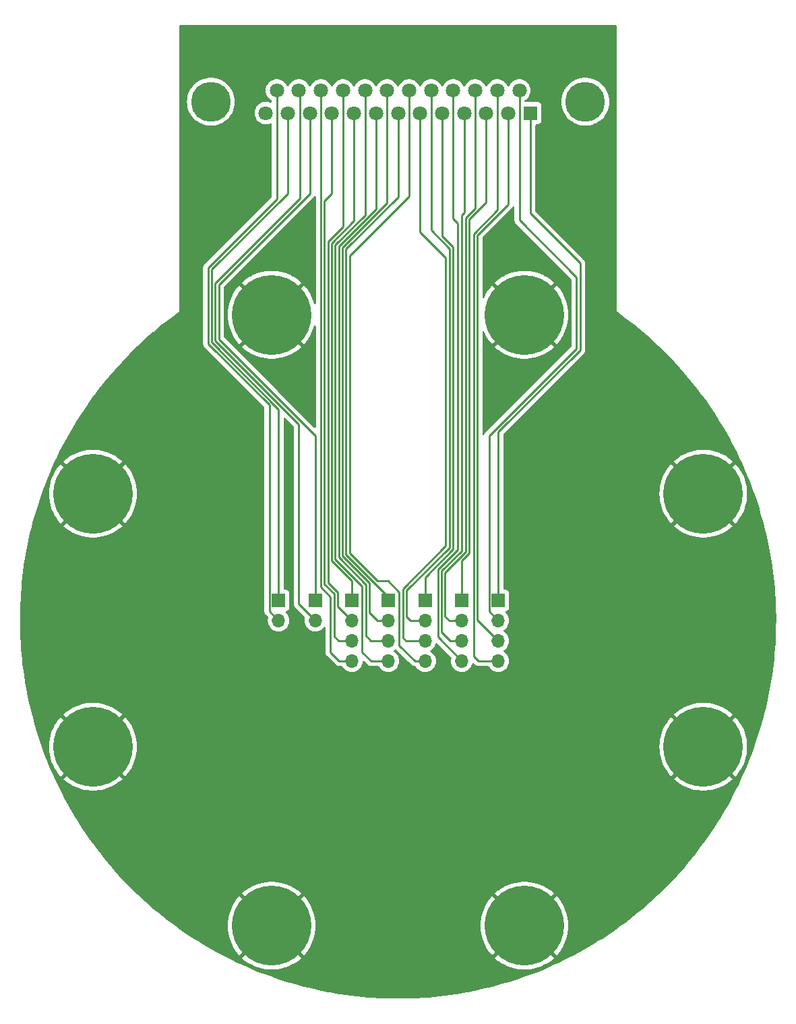
<source format=gbr>
%TF.GenerationSoftware,KiCad,Pcbnew,7.0.2*%
%TF.CreationDate,2023-11-03T12:42:45-06:00*%
%TF.ProjectId,KF50_DB25_PinHeader,4b463530-5f44-4423-9235-5f50696e4865,rev?*%
%TF.SameCoordinates,Original*%
%TF.FileFunction,Copper,L2,Inr*%
%TF.FilePolarity,Positive*%
%FSLAX46Y46*%
G04 Gerber Fmt 4.6, Leading zero omitted, Abs format (unit mm)*
G04 Created by KiCad (PCBNEW 7.0.2) date 2023-11-03 12:42:45*
%MOMM*%
%LPD*%
G01*
G04 APERTURE LIST*
%TA.AperFunction,ComponentPad*%
%ADD10C,10.000000*%
%TD*%
%TA.AperFunction,ComponentPad*%
%ADD11O,1.700000X1.700000*%
%TD*%
%TA.AperFunction,ComponentPad*%
%ADD12R,1.700000X1.700000*%
%TD*%
%TA.AperFunction,ComponentPad*%
%ADD13C,5.000000*%
%TD*%
%TA.AperFunction,ComponentPad*%
%ADD14C,1.800000*%
%TD*%
%TA.AperFunction,ComponentPad*%
%ADD15R,1.800000X1.800000*%
%TD*%
%TA.AperFunction,Conductor*%
%ADD16C,0.250000*%
%TD*%
G04 APERTURE END LIST*
D10*
%TO.N,GND*%
%TO.C,H8*%
X38341001Y15881362D03*
%TD*%
%TO.N,GND*%
%TO.C,H7*%
X38341001Y-15881362D03*
%TD*%
D11*
%TO.N,Net-(J1-P25)*%
%TO.C,J8*%
X-15000000Y-40000D03*
D12*
%TO.N,Net-(J8-Pin_1)*%
X-15000000Y2500000D03*
%TD*%
D11*
%TO.N,Net-(J1-P24)*%
%TO.C,J7*%
X-10400000Y-40000D03*
D12*
%TO.N,Net-(J7-Pin_1)*%
X-10400000Y2500000D03*
%TD*%
D11*
%TO.N,Net-(J1-P23)*%
%TO.C,J6*%
X-5800000Y-5120000D03*
%TO.N,Net-(J6-Pin_3)*%
X-5800000Y-2580000D03*
%TO.N,Net-(J1-P22)*%
X-5800000Y-40000D03*
D12*
%TO.N,Net-(J6-Pin_1)*%
X-5800000Y2500000D03*
%TD*%
D11*
%TO.N,Net-(J1-P21)*%
%TO.C,J5*%
X-1200000Y-5120000D03*
%TO.N,Net-(J5-Pin_3)*%
X-1200000Y-2580000D03*
%TO.N,Net-(J1-P20)*%
X-1200000Y-40000D03*
D12*
%TO.N,Net-(J5-Pin_1)*%
X-1200000Y2500000D03*
%TD*%
D11*
%TO.N,Net-(J1-P19)*%
%TO.C,J4*%
X3400000Y-5120000D03*
%TO.N,Net-(J4-Pin_3)*%
X3400000Y-2580000D03*
%TO.N,Net-(J1-P18)*%
X3400000Y-40000D03*
D12*
%TO.N,Net-(J4-Pin_1)*%
X3400000Y2500000D03*
%TD*%
D11*
%TO.N,Net-(J1-P17)*%
%TO.C,J3*%
X8000000Y-5120000D03*
%TO.N,Net-(J3-Pin_3)*%
X8000000Y-2580000D03*
%TO.N,Net-(J1-P16)*%
X8000000Y-40000D03*
D12*
%TO.N,Net-(J3-Pin_1)*%
X8000000Y2500000D03*
%TD*%
D11*
%TO.N,Net-(J1-P15)*%
%TO.C,J2*%
X12600000Y-5120000D03*
%TO.N,Net-(J2-Pin_3)*%
X12600000Y-2580000D03*
%TO.N,Net-(J1-P14)*%
X12600000Y-40000D03*
D12*
%TO.N,Net-(J2-Pin_1)*%
X12600000Y2500000D03*
%TD*%
D13*
%TO.N,N/C*%
%TO.C,J1*%
X-23520000Y65080000D03*
X23520000Y65080000D03*
D14*
%TO.N,Net-(J1-P25)*%
X-15235000Y66500000D03*
%TO.N,Net-(J1-P24)*%
X-12465000Y66500000D03*
%TO.N,Net-(J1-P23)*%
X-9695000Y66500000D03*
%TO.N,Net-(J1-P22)*%
X-6925000Y66500000D03*
%TO.N,Net-(J1-P21)*%
X-4155000Y66500000D03*
%TO.N,Net-(J1-P20)*%
X-1385000Y66500000D03*
%TO.N,Net-(J1-P19)*%
X1385000Y66500000D03*
%TO.N,Net-(J1-P18)*%
X4155000Y66500000D03*
%TO.N,Net-(J1-P17)*%
X6925000Y66500000D03*
%TO.N,Net-(J1-P16)*%
X9695000Y66500000D03*
%TO.N,Net-(J1-P15)*%
X12465000Y66500000D03*
%TO.N,Net-(J1-P14)*%
X15235000Y66500000D03*
%TO.N,unconnected-(J1-Pad13)*%
X-16620000Y63660000D03*
%TO.N,Net-(J8-Pin_1)*%
X-13850000Y63660000D03*
%TO.N,Net-(J7-Pin_1)*%
X-11080000Y63660000D03*
%TO.N,Net-(J6-Pin_3)*%
X-8310000Y63660000D03*
%TO.N,Net-(J6-Pin_1)*%
X-5540000Y63660000D03*
%TO.N,Net-(J5-Pin_3)*%
X-2770000Y63660000D03*
%TO.N,Net-(J5-Pin_1)*%
X0Y63660000D03*
%TO.N,Net-(J4-Pin_3)*%
X2770000Y63660000D03*
%TO.N,Net-(J4-Pin_1)*%
X5540000Y63660000D03*
%TO.N,Net-(J3-Pin_3)*%
X8310000Y63660000D03*
%TO.N,Net-(J3-Pin_1)*%
X11080000Y63660000D03*
%TO.N,Net-(J2-Pin_3)*%
X13850000Y63660000D03*
D15*
%TO.N,Net-(J2-Pin_1)*%
X16620000Y63660000D03*
%TD*%
D10*
%TO.N,GND*%
%TO.C,H6*%
X15881362Y38341001D03*
%TD*%
%TO.N,GND*%
%TO.C,H5*%
X-15881362Y-38341001D03*
%TD*%
%TO.N,GND*%
%TO.C,H4*%
X15881362Y-38341001D03*
%TD*%
%TO.N,GND*%
%TO.C,H3*%
X-38341001Y-15881362D03*
%TD*%
%TO.N,GND*%
%TO.C,H2*%
X-38341001Y15881362D03*
%TD*%
%TO.N,GND*%
%TO.C,H1*%
X-15881362Y38341001D03*
%TD*%
D16*
%TO.N,Net-(J2-Pin_1)*%
X22852800Y44821200D02*
X16620000Y51054000D01*
X12598400Y23646004D02*
X22852800Y33900404D01*
X22852800Y33900404D02*
X22852800Y44821200D01*
X12600000Y13850000D02*
X12598400Y13851600D01*
X12598400Y13851600D02*
X12598400Y23646004D01*
X16620000Y63660000D02*
X16620000Y51054000D01*
X12600000Y2500000D02*
X12600000Y13850000D01*
%TO.N,Net-(J1-P14)*%
X15235000Y50235000D02*
X15235000Y66500000D01*
X22402800Y43067200D02*
X15235000Y50235000D01*
X22402800Y34086800D02*
X22402800Y43067200D01*
X11425000Y1135000D02*
X11425000Y23109000D01*
X12600000Y-40000D02*
X11425000Y1135000D01*
X11425000Y23109000D02*
X22402800Y34086800D01*
%TO.N,Net-(J1-P25)*%
X-16175000Y1135000D02*
X-15000000Y-40000D01*
X-23854400Y44211996D02*
X-23854400Y34696012D01*
X-15235000Y52831396D02*
X-23854400Y44211996D01*
X-16175000Y27016612D02*
X-16175000Y1135000D01*
X-15235000Y66500000D02*
X-15235000Y52831396D01*
X-23854400Y34696012D02*
X-16175000Y27016612D01*
%TO.N,Net-(J8-Pin_1)*%
X-23404400Y44025600D02*
X-13850000Y53580000D01*
X-13850000Y53580000D02*
X-13850000Y63660000D01*
X-23404400Y34882408D02*
X-23404400Y44025600D01*
X-15000000Y26478008D02*
X-23404400Y34882408D01*
X-15000000Y2500000D02*
X-15000000Y26478008D01*
%TO.N,Net-(J1-P24)*%
X-22954400Y42299596D02*
X-12305000Y52948996D01*
X-22954400Y35068804D02*
X-22954400Y42299596D01*
X-12305000Y66340000D02*
X-12465000Y66500000D01*
X-12465000Y24579404D02*
X-22954400Y35068804D01*
X-12305000Y52948996D02*
X-12305000Y66340000D01*
X-12465000Y2025000D02*
X-12465000Y24579404D01*
X-10400000Y-40000D02*
X-12465000Y2025000D01*
%TO.N,Net-(J7-Pin_1)*%
X-10400000Y23150800D02*
X-10400000Y2500000D01*
X-15544800Y28295600D02*
X-10400000Y23150800D01*
X-11080000Y53537600D02*
X-22504400Y42113200D01*
X-22504400Y35255200D02*
X-15544800Y28295600D01*
X-11080000Y63660000D02*
X-11080000Y53537600D01*
X-22504400Y42113200D02*
X-22504400Y35255200D01*
%TO.N,Net-(J3-Pin_1)*%
X11080000Y52423604D02*
X11080000Y63660000D01*
X8950000Y50293604D02*
X11080000Y52423604D01*
X8950000Y8404416D02*
X8950000Y50293604D01*
X8000000Y2500000D02*
X8000000Y7454416D01*
X8000000Y7454416D02*
X8950000Y8404416D01*
%TO.N,Net-(J1-P16)*%
X9695000Y51675000D02*
X9695000Y66500000D01*
X8500000Y50480000D02*
X9695000Y51675000D01*
X5900000Y5990812D02*
X8500000Y8590812D01*
X8500000Y8590812D02*
X8500000Y50480000D01*
X5900000Y500000D02*
X5900000Y5990812D01*
X8000000Y-40000D02*
X6440000Y-40000D01*
X6440000Y-40000D02*
X5900000Y500000D01*
%TO.N,Net-(J3-Pin_3)*%
X7950000Y8677208D02*
X7950000Y50813604D01*
X8310000Y51173604D02*
X8310000Y63660000D01*
X5450000Y6177208D02*
X7950000Y8677208D01*
X7950000Y50813604D02*
X8310000Y51173604D01*
X5450000Y-1450000D02*
X5450000Y6177208D01*
X6580000Y-2580000D02*
X5450000Y-1450000D01*
X8000000Y-2580000D02*
X6580000Y-2580000D01*
%TO.N,Net-(J1-P17)*%
X6925000Y50425000D02*
X6925000Y66500000D01*
X7500000Y8863604D02*
X7500000Y49850000D01*
X5000000Y6363604D02*
X7500000Y8863604D01*
X5000000Y-2120000D02*
X5000000Y6363604D01*
X8000000Y-5120000D02*
X5000000Y-2120000D01*
X7500000Y49850000D02*
X6925000Y50425000D01*
%TO.N,Net-(J4-Pin_1)*%
X6900000Y46826396D02*
X5540000Y48186396D01*
X6900000Y8900000D02*
X6900000Y46826396D01*
X3400000Y5400000D02*
X6900000Y8900000D01*
X3400000Y2500000D02*
X3400000Y5400000D01*
X5540000Y48186396D02*
X5540000Y63660000D01*
%TO.N,Net-(J1-P18)*%
X1044536Y500000D02*
X1584536Y-40000D01*
X6450000Y9124532D02*
X1044536Y3719068D01*
X1044536Y3719068D02*
X1044536Y500000D01*
X1584536Y-40000D02*
X3400000Y-40000D01*
X4155000Y48935000D02*
X6450000Y46640000D01*
X4155000Y66500000D02*
X4155000Y48935000D01*
X6450000Y46640000D02*
X6450000Y9124532D01*
%TO.N,Net-(J4-Pin_3)*%
X6000000Y45500000D02*
X2770000Y48730000D01*
X2770000Y48730000D02*
X2770000Y63660000D01*
X6000000Y9310928D02*
X6000000Y45500000D01*
X594536Y-2174536D02*
X594536Y3905464D01*
X594536Y3905464D02*
X6000000Y9310928D01*
X1000000Y-2580000D02*
X594536Y-2174536D01*
X3400000Y-2580000D02*
X1000000Y-2580000D01*
%TO.N,Net-(J2-Pin_3)*%
X9950000Y70000D02*
X12600000Y-2580000D01*
X9950000Y48313604D02*
X9950000Y70000D01*
X13850000Y52213604D02*
X9950000Y48313604D01*
X13850000Y63660000D02*
X13850000Y52213604D01*
%TO.N,Net-(J1-P15)*%
X9500000Y-4500000D02*
X10120000Y-5120000D01*
X10120000Y-5120000D02*
X12600000Y-5120000D01*
X12465000Y51535000D02*
X12500000Y51500000D01*
X12500000Y51500000D02*
X9500000Y48500000D01*
X12465000Y66500000D02*
X12465000Y51535000D01*
X9500000Y48500000D02*
X9500000Y-4500000D01*
%TO.N,Net-(J1-P19)*%
X2120000Y-5120000D02*
X3400000Y-5120000D01*
X144536Y-3144536D02*
X2120000Y-5120000D01*
X-2581510Y4918490D02*
X-1268490Y4918490D01*
X-6095000Y45752588D02*
X-6095000Y8431980D01*
X1385000Y53232588D02*
X-6095000Y45752588D01*
X1385000Y66500000D02*
X1385000Y53232588D01*
X-6095000Y8431980D02*
X-2581510Y4918490D01*
X-1268490Y4918490D02*
X144536Y3505464D01*
X144536Y3505464D02*
X144536Y-3144536D01*
%TO.N,Net-(J5-Pin_1)*%
X0Y53113020D02*
X0Y63660000D01*
X-6545000Y8245584D02*
X-6545000Y46568020D01*
X-1200000Y2500000D02*
X-1200000Y2900584D01*
X-1200000Y2900584D02*
X-6545000Y8245584D01*
X-6545000Y46568020D02*
X0Y53113020D01*
%TO.N,Net-(J1-P20)*%
X-2560000Y-40000D02*
X-1200000Y-40000D01*
X-6995000Y46754416D02*
X-6995000Y8059188D01*
X-1385000Y52364416D02*
X-6995000Y46754416D01*
X-1385000Y66500000D02*
X-1385000Y52364416D01*
X-6995000Y8059188D02*
X-3600000Y4664188D01*
X-3600000Y4664188D02*
X-3600000Y1000000D01*
X-3600000Y1000000D02*
X-2560000Y-40000D01*
%TO.N,Net-(J5-Pin_3)*%
X-7445000Y46940812D02*
X-2770000Y51615812D01*
X-7445000Y7872792D02*
X-7445000Y46940812D01*
X-4050000Y4477792D02*
X-7445000Y7872792D01*
X-4050000Y-1950000D02*
X-4050000Y4477792D01*
X-3420000Y-2580000D02*
X-4050000Y-1950000D01*
X-1200000Y-2580000D02*
X-3420000Y-2580000D01*
X-2770000Y51615812D02*
X-2770000Y63660000D01*
%TO.N,Net-(J1-P21)*%
X-4500000Y-4000000D02*
X-3380000Y-5120000D01*
X-7895000Y47127208D02*
X-7895000Y7686396D01*
X-3380000Y-5120000D02*
X-1200000Y-5120000D01*
X-4155000Y50867208D02*
X-7895000Y47127208D01*
X-4155000Y66500000D02*
X-4155000Y50867208D01*
X-7895000Y7686396D02*
X-4500000Y4291396D01*
X-4500000Y4291396D02*
X-4500000Y-4000000D01*
%TO.N,Net-(J6-Pin_1)*%
X-8345000Y7500000D02*
X-8345000Y47313604D01*
X-8345000Y47313604D02*
X-5540000Y50118604D01*
X-5540000Y50118604D02*
X-5540000Y63660000D01*
X-5800000Y2500000D02*
X-5800000Y4955000D01*
X-5800000Y4955000D02*
X-8345000Y7500000D01*
%TO.N,Net-(J1-P22)*%
X-7600000Y1760000D02*
X-5800000Y-40000D01*
X-8795000Y4686396D02*
X-7600000Y3491396D01*
X-7600000Y3491396D02*
X-7600000Y1760000D01*
X-8795000Y47500000D02*
X-8795000Y4686396D01*
X-6925000Y49370000D02*
X-8795000Y47500000D01*
X-6925000Y66500000D02*
X-6925000Y49370000D01*
%TO.N,Net-(J6-Pin_3)*%
X-8310000Y53580000D02*
X-8310000Y63660000D01*
X-9245000Y52645000D02*
X-8310000Y53580000D01*
X-8050000Y-2000000D02*
X-8050000Y3305000D01*
X-7470000Y-2580000D02*
X-8050000Y-2000000D01*
X-8050000Y3305000D02*
X-9245000Y4500000D01*
X-5800000Y-2580000D02*
X-7470000Y-2580000D01*
X-9245000Y4500000D02*
X-9245000Y52645000D01*
%TO.N,Net-(J1-P23)*%
X-7380000Y-5120000D02*
X-5800000Y-5120000D01*
X-8500000Y-4000000D02*
X-7380000Y-5120000D01*
X-9695000Y4145000D02*
X-8500000Y2950000D01*
X-9695000Y66500000D02*
X-9695000Y4145000D01*
X-8500000Y2950000D02*
X-8500000Y-4000000D01*
%TO.N,Net-(J7-Pin_1)*%
X-10400000Y2500000D02*
X-11080000Y3180000D01*
%TD*%
%TA.AperFunction,Conductor*%
%TO.N,GND*%
G36*
X14574673Y51896189D02*
G01*
X14607101Y51834300D01*
X14609500Y51810025D01*
X14609500Y50317744D01*
X14607235Y50297239D01*
X14609438Y50227124D01*
X14609499Y50223235D01*
X14609499Y50199539D01*
X14609499Y50199525D01*
X14609500Y50195650D01*
X14609987Y50191791D01*
X14609988Y50191779D01*
X14610004Y50191653D01*
X14610918Y50180033D01*
X14612290Y50136369D01*
X14617880Y50117129D01*
X14621825Y50098081D01*
X14624335Y50078209D01*
X14640413Y50037599D01*
X14644194Y50026554D01*
X14656381Y49984610D01*
X14666579Y49967365D01*
X14675133Y49949904D01*
X14682512Y49931267D01*
X14708185Y49895931D01*
X14714595Y49886174D01*
X14736829Y49848580D01*
X14750996Y49834413D01*
X14763626Y49819624D01*
X14775404Y49803413D01*
X14809058Y49775572D01*
X14817697Y49767711D01*
X21740981Y42844428D01*
X21774466Y42783105D01*
X21777300Y42756747D01*
X21777300Y34397252D01*
X21757615Y34330213D01*
X21740981Y34309571D01*
X11041211Y23609802D01*
X11025113Y23596906D01*
X10977098Y23545775D01*
X10974387Y23542978D01*
X10954880Y23523471D01*
X10952490Y23520390D01*
X10952412Y23520290D01*
X10944837Y23511422D01*
X10914938Y23479582D01*
X10911532Y23473386D01*
X10905288Y23462028D01*
X10894604Y23445764D01*
X10882327Y23429936D01*
X10864980Y23389851D01*
X10859841Y23379361D01*
X10838802Y23341091D01*
X10833821Y23321691D01*
X10827519Y23303284D01*
X10813342Y23270522D01*
X10808862Y23272460D01*
X10792067Y23237007D01*
X10732765Y23200059D01*
X10662902Y23201038D01*
X10604659Y23239632D01*
X10576527Y23303588D01*
X10575500Y23319514D01*
X10575500Y36153010D01*
X10595185Y36220049D01*
X10647989Y36265804D01*
X10717147Y36275748D01*
X10780703Y36246723D01*
X10814558Y36199244D01*
X10864102Y36075947D01*
X10866271Y36071150D01*
X11074269Y35658609D01*
X11076831Y35654022D01*
X11319069Y35260603D01*
X11322017Y35256242D01*
X11596745Y34884784D01*
X11600038Y34880705D01*
X11818871Y34632063D01*
X13942781Y36755973D01*
X13951270Y36744290D01*
X14166611Y36514976D01*
X14299201Y36405287D01*
X12171927Y34278013D01*
X12171927Y34278012D01*
X12242476Y34210398D01*
X12246423Y34206924D01*
X12605864Y33916696D01*
X12610125Y33913545D01*
X12992896Y33654836D01*
X12997360Y33652088D01*
X13400700Y33426768D01*
X13405419Y33424389D01*
X13826402Y33234093D01*
X13831282Y33232132D01*
X14266903Y33078217D01*
X14271930Y33076677D01*
X14719031Y32960262D01*
X14724182Y32959152D01*
X15179543Y32881073D01*
X15184751Y32880406D01*
X15645100Y32841224D01*
X15650356Y32841001D01*
X16112368Y32841001D01*
X16117623Y32841224D01*
X16577972Y32880406D01*
X16583180Y32881073D01*
X17038541Y32959152D01*
X17043692Y32960262D01*
X17490793Y33076677D01*
X17495820Y33078217D01*
X17931441Y33232132D01*
X17936321Y33234093D01*
X18357304Y33424389D01*
X18362023Y33426768D01*
X18765363Y33652088D01*
X18769827Y33654836D01*
X19152598Y33913545D01*
X19156859Y33916696D01*
X19516287Y34206914D01*
X19520259Y34210409D01*
X19590796Y34278013D01*
X17463522Y36405287D01*
X17596113Y36514976D01*
X17811454Y36744290D01*
X17819941Y36755972D01*
X19943851Y34632063D01*
X20162675Y34880695D01*
X20165985Y34884794D01*
X20440706Y35256242D01*
X20443654Y35260603D01*
X20685892Y35654022D01*
X20688454Y35658609D01*
X20896452Y36071150D01*
X20898621Y36075947D01*
X21070885Y36504643D01*
X21072631Y36509584D01*
X21207920Y36951349D01*
X21209249Y36956453D01*
X21306584Y37408089D01*
X21307471Y37413262D01*
X21366155Y37871538D01*
X21366601Y37876783D01*
X21386210Y38338364D01*
X21386210Y38343637D01*
X21366601Y38805218D01*
X21366155Y38810463D01*
X21307471Y39268739D01*
X21306584Y39273912D01*
X21209249Y39725548D01*
X21207920Y39730652D01*
X21072631Y40172417D01*
X21070885Y40177358D01*
X20898621Y40606054D01*
X20896452Y40610851D01*
X20688454Y41023392D01*
X20685892Y41027979D01*
X20443654Y41421398D01*
X20440706Y41425759D01*
X20165985Y41797207D01*
X20162675Y41801306D01*
X19943852Y42049938D01*
X19943851Y42049938D01*
X17819942Y39926029D01*
X17811454Y39937712D01*
X17596113Y40167026D01*
X17463522Y40276714D01*
X19590796Y42403988D01*
X19520246Y42471604D01*
X19516301Y42475076D01*
X19156859Y42765305D01*
X19152598Y42768456D01*
X18769827Y43027165D01*
X18765363Y43029913D01*
X18362023Y43255233D01*
X18357304Y43257612D01*
X17936321Y43447908D01*
X17931441Y43449869D01*
X17495820Y43603784D01*
X17490793Y43605324D01*
X17043692Y43721739D01*
X17038541Y43722849D01*
X16583180Y43800928D01*
X16577972Y43801595D01*
X16117623Y43840777D01*
X16112368Y43841001D01*
X15650356Y43841001D01*
X15645100Y43840777D01*
X15184751Y43801595D01*
X15179543Y43800928D01*
X14724182Y43722849D01*
X14719031Y43721739D01*
X14271930Y43605324D01*
X14266903Y43603784D01*
X13831282Y43449869D01*
X13826402Y43447908D01*
X13405419Y43257612D01*
X13400700Y43255233D01*
X12997360Y43029913D01*
X12992896Y43027165D01*
X12610125Y42768456D01*
X12605864Y42765305D01*
X12246436Y42475087D01*
X12242464Y42471592D01*
X12171926Y42403988D01*
X14299200Y40276713D01*
X14166611Y40167026D01*
X13951270Y39937712D01*
X13942780Y39926027D01*
X11818871Y42049937D01*
X11600048Y41801306D01*
X11596738Y41797207D01*
X11322017Y41425759D01*
X11319069Y41421398D01*
X11076831Y41027979D01*
X11074269Y41023392D01*
X10866271Y40610851D01*
X10864102Y40606054D01*
X10814558Y40482757D01*
X10771297Y40427891D01*
X10705241Y40405124D01*
X10637362Y40421684D01*
X10589211Y40472313D01*
X10575500Y40528991D01*
X10575500Y48003151D01*
X10595185Y48070190D01*
X10611819Y48090832D01*
X14233787Y51712800D01*
X14249888Y51725700D01*
X14297900Y51776827D01*
X14300611Y51779624D01*
X14317366Y51796379D01*
X14320120Y51799133D01*
X14322587Y51802313D01*
X14330155Y51811175D01*
X14360062Y51843022D01*
X14369712Y51860576D01*
X14380398Y51876843D01*
X14387523Y51886028D01*
X14444167Y51926933D01*
X14513934Y51930721D01*
X14574673Y51896189D01*
G37*
%TD.AperFunction*%
%TA.AperFunction,Conductor*%
G36*
X-10355335Y53220192D02*
G01*
X-10322901Y53158306D01*
X-10320500Y53134020D01*
X-10320500Y39793939D01*
X-10340185Y39726900D01*
X-10392989Y39681145D01*
X-10462147Y39671201D01*
X-10525703Y39700226D01*
X-10563065Y39757629D01*
X-10690092Y40172417D01*
X-10691838Y40177358D01*
X-10864102Y40606054D01*
X-10866271Y40610851D01*
X-11074269Y41023392D01*
X-11076831Y41027979D01*
X-11319069Y41421398D01*
X-11322017Y41425759D01*
X-11596738Y41797207D01*
X-11600048Y41801306D01*
X-11818871Y42049937D01*
X-13942780Y39926027D01*
X-13951270Y39937712D01*
X-14166611Y40167026D01*
X-14299200Y40276713D01*
X-12171926Y42403988D01*
X-12242464Y42471592D01*
X-12246436Y42475087D01*
X-12605864Y42765305D01*
X-12610125Y42768456D01*
X-12992896Y43027165D01*
X-12997360Y43029913D01*
X-13400700Y43255233D01*
X-13405419Y43257612D01*
X-13826402Y43447908D01*
X-13831282Y43449869D01*
X-14266903Y43603784D01*
X-14271930Y43605324D01*
X-14719031Y43721739D01*
X-14724182Y43722849D01*
X-15179543Y43800928D01*
X-15184751Y43801595D01*
X-15645100Y43840777D01*
X-15650356Y43841001D01*
X-16112368Y43841001D01*
X-16117623Y43840777D01*
X-16577972Y43801595D01*
X-16583180Y43800928D01*
X-17038541Y43722849D01*
X-17043692Y43721739D01*
X-17490793Y43605324D01*
X-17495820Y43603784D01*
X-17931441Y43449869D01*
X-17936321Y43447908D01*
X-18357304Y43257612D01*
X-18362023Y43255233D01*
X-18765363Y43029913D01*
X-18769827Y43027165D01*
X-19152598Y42768456D01*
X-19156859Y42765305D01*
X-19516301Y42475076D01*
X-19520246Y42471604D01*
X-19590796Y42403988D01*
X-17463522Y40276714D01*
X-17596113Y40167026D01*
X-17811454Y39937712D01*
X-17819942Y39926028D01*
X-19943852Y42049938D01*
X-20162675Y41801306D01*
X-20165985Y41797207D01*
X-20440706Y41425759D01*
X-20443654Y41421398D01*
X-20685892Y41027979D01*
X-20688454Y41023392D01*
X-20896452Y40610851D01*
X-20898621Y40606054D01*
X-21070885Y40177358D01*
X-21072631Y40172417D01*
X-21207920Y39730652D01*
X-21209249Y39725548D01*
X-21306584Y39273912D01*
X-21307471Y39268739D01*
X-21366155Y38810463D01*
X-21366601Y38805218D01*
X-21386210Y38343637D01*
X-21386210Y38338364D01*
X-21366601Y37876783D01*
X-21366155Y37871538D01*
X-21307471Y37413262D01*
X-21306584Y37408089D01*
X-21209249Y36956453D01*
X-21207920Y36951349D01*
X-21072631Y36509584D01*
X-21070885Y36504643D01*
X-20898621Y36075947D01*
X-20896452Y36071150D01*
X-20688454Y35658609D01*
X-20685892Y35654022D01*
X-20443654Y35260603D01*
X-20440706Y35256242D01*
X-20165985Y34884794D01*
X-20162675Y34880695D01*
X-19943851Y34632063D01*
X-17819941Y36755972D01*
X-17811454Y36744290D01*
X-17596113Y36514976D01*
X-17463522Y36405287D01*
X-19590796Y34278013D01*
X-19520259Y34210409D01*
X-19516287Y34206914D01*
X-19156859Y33916696D01*
X-19152598Y33913545D01*
X-18769827Y33654836D01*
X-18765363Y33652088D01*
X-18362023Y33426768D01*
X-18357304Y33424389D01*
X-17936321Y33234093D01*
X-17931441Y33232132D01*
X-17495820Y33078217D01*
X-17490793Y33076677D01*
X-17043692Y32960262D01*
X-17038541Y32959152D01*
X-16583180Y32881073D01*
X-16577972Y32880406D01*
X-16117623Y32841224D01*
X-16112368Y32841001D01*
X-15650356Y32841001D01*
X-15645100Y32841224D01*
X-15184751Y32880406D01*
X-15179543Y32881073D01*
X-14724182Y32959152D01*
X-14719031Y32960262D01*
X-14271930Y33076677D01*
X-14266903Y33078217D01*
X-13831282Y33232132D01*
X-13826402Y33234093D01*
X-13405419Y33424389D01*
X-13400700Y33426768D01*
X-12997360Y33652088D01*
X-12992896Y33654836D01*
X-12610125Y33913545D01*
X-12605864Y33916696D01*
X-12246423Y34206924D01*
X-12242476Y34210398D01*
X-12171927Y34278012D01*
X-12171927Y34278013D01*
X-14299201Y36405287D01*
X-14166611Y36514976D01*
X-13951270Y36744290D01*
X-13942781Y36755973D01*
X-11818871Y34632063D01*
X-11600038Y34880705D01*
X-11596745Y34884784D01*
X-11322017Y35256242D01*
X-11319069Y35260603D01*
X-11076831Y35654022D01*
X-11074269Y35658609D01*
X-10866271Y36071150D01*
X-10864102Y36075947D01*
X-10691838Y36504643D01*
X-10690092Y36509584D01*
X-10563065Y36924372D01*
X-10524612Y36982709D01*
X-10460725Y37010996D01*
X-10391686Y37000252D01*
X-10339415Y36953889D01*
X-10320500Y36888062D01*
X-10320500Y24255252D01*
X-10340185Y24188213D01*
X-10392989Y24142458D01*
X-10462147Y24132514D01*
X-10525703Y24161539D01*
X-10532181Y24167571D01*
X-15136553Y28771945D01*
X-15136567Y28771957D01*
X-18291667Y31927057D01*
X-21842582Y35477972D01*
X-21876066Y35539293D01*
X-21878900Y35565651D01*
X-21878900Y41802746D01*
X-21859215Y41869785D01*
X-21842581Y41890427D01*
X-10696208Y53036799D01*
X-10680110Y53049696D01*
X-10632096Y53100825D01*
X-10629392Y53103616D01*
X-10612628Y53120380D01*
X-10612621Y53120387D01*
X-10609880Y53123129D01*
X-10607499Y53126197D01*
X-10607490Y53126208D01*
X-10607411Y53126311D01*
X-10599842Y53135172D01*
X-10569935Y53167020D01*
X-10560285Y53184574D01*
X-10549610Y53200826D01*
X-10542484Y53210014D01*
X-10485844Y53250925D01*
X-10416077Y53254719D01*
X-10355335Y53220192D01*
G37*
%TD.AperFunction*%
%TA.AperFunction,Conductor*%
G36*
X27442539Y74655815D02*
G01*
X27488294Y74603011D01*
X27499500Y74551500D01*
X27499500Y38769588D01*
X27495110Y38754639D01*
X27499512Y38728471D01*
X27502839Y38725662D01*
X27511615Y38720709D01*
X28603906Y37921186D01*
X28606762Y37919032D01*
X29685787Y37080371D01*
X29688579Y37078136D01*
X30742981Y36208688D01*
X30745708Y36206372D01*
X31774579Y35306883D01*
X31777237Y35304490D01*
X32727959Y34423671D01*
X32781126Y34374338D01*
X32783645Y34371934D01*
X33632460Y33538763D01*
X33761660Y33411711D01*
X33764095Y33409249D01*
X34536608Y32605929D01*
X34713905Y32421163D01*
X34716254Y32418646D01*
X35428500Y31633896D01*
X35637107Y31403475D01*
X35639369Y31400907D01*
X36301712Y30627439D01*
X36530455Y30359554D01*
X36532629Y30356937D01*
X37151614Y29590411D01*
X37393292Y29290158D01*
X37395376Y29287496D01*
X37975786Y28524734D01*
X38224787Y28196315D01*
X38226780Y28193610D01*
X38772070Y27432403D01*
X39024346Y27078811D01*
X39026249Y27076066D01*
X39538979Y26314853D01*
X39791195Y25938724D01*
X39793007Y25935942D01*
X40275198Y25173491D01*
X40524755Y24776921D01*
X40526475Y24774106D01*
X40979628Y24009613D01*
X41224418Y23594364D01*
X41226045Y23591518D01*
X41651212Y22824638D01*
X41889573Y22392083D01*
X41891108Y22389209D01*
X42289086Y21619844D01*
X42519696Y21171025D01*
X42521138Y21168126D01*
X42892802Y20395825D01*
X43114203Y19932322D01*
X43115552Y19929401D01*
X43461558Y19153936D01*
X43672648Y18676911D01*
X43673903Y18673972D01*
X43994587Y17895670D01*
X44194543Y17405887D01*
X44195705Y17402931D01*
X44491480Y16621846D01*
X44679453Y16120302D01*
X44680523Y16117333D01*
X44951689Y15333700D01*
X45126986Y14821207D01*
X45127963Y14818228D01*
X45374818Y14032174D01*
X45536734Y13509779D01*
X45537619Y13506793D01*
X45760380Y12718616D01*
X45908396Y12186994D01*
X45909189Y12184004D01*
X46107994Y11394217D01*
X46241647Y10853990D01*
X46242348Y10850998D01*
X46417372Y10059957D01*
X46536195Y9511944D01*
X46536805Y9508953D01*
X46688221Y8716944D01*
X46791798Y8161958D01*
X46792318Y8158971D01*
X46920279Y7366318D01*
X47008250Y6805131D01*
X47008680Y6802151D01*
X47113307Y6009306D01*
X47185361Y5442662D01*
X47185702Y5439691D01*
X47267108Y4647176D01*
X47322999Y4075567D01*
X47323252Y4072607D01*
X47381552Y3280956D01*
X47421036Y2705063D01*
X47421202Y2702118D01*
X47456527Y1911723D01*
X47479390Y1332338D01*
X47479470Y1329410D01*
X47491943Y540862D01*
X47498015Y-41506D01*
X47498011Y-44414D01*
X47487765Y-830656D01*
X47476897Y-1415310D01*
X47476809Y-1418196D01*
X47443981Y-2201633D01*
X47416053Y-2787922D01*
X47415883Y-2790784D01*
X47360613Y-3570951D01*
X47315537Y-4158143D01*
X47315287Y-4160979D01*
X47237717Y-4937430D01*
X47175428Y-5524937D01*
X47175098Y-5527743D01*
X47075402Y-6299803D01*
X46995842Y-6887131D01*
X46995434Y-6889906D01*
X46873795Y-7656973D01*
X46776942Y-8243503D01*
X46776458Y-8246246D01*
X46633022Y-9008003D01*
X46518895Y-9593012D01*
X46518335Y-9595719D01*
X46353320Y-10351501D01*
X46221919Y-10934504D01*
X46221287Y-10937174D01*
X46034915Y-11686382D01*
X45886273Y-12266832D01*
X45885568Y-12269462D01*
X45678027Y-13011684D01*
X45512241Y-13588859D01*
X45511466Y-13591448D01*
X45282971Y-14326191D01*
X45100128Y-14899514D01*
X45099286Y-14902060D01*
X44850082Y-15628772D01*
X44650282Y-16197699D01*
X44649373Y-16200200D01*
X44379713Y-16918354D01*
X44163070Y-17482346D01*
X44162097Y-17484800D01*
X43872255Y-18193849D01*
X43789793Y-18391220D01*
X43638924Y-18752321D01*
X43637888Y-18754728D01*
X43328111Y-19454229D01*
X43078263Y-20006614D01*
X43077167Y-20008971D01*
X42747751Y-20698391D01*
X42481543Y-21244197D01*
X42480388Y-21246503D01*
X42131661Y-21925284D01*
X41849288Y-22463984D01*
X41848077Y-22466237D01*
X41480359Y-23133876D01*
X41182024Y-23664968D01*
X41180758Y-23667168D01*
X40794344Y-24323227D01*
X40480309Y-24846137D01*
X40478991Y-24848282D01*
X40074238Y-25492250D01*
X39744716Y-26006531D01*
X39743348Y-26008620D01*
X39320634Y-26639983D01*
X38975176Y-27146184D01*
X38975131Y-27146247D01*
X38543432Y-27752444D01*
X38534103Y-27765544D01*
X38173721Y-28262042D01*
X37715385Y-28867869D01*
X37340298Y-29354290D01*
X36865124Y-29946092D01*
X36475657Y-30421950D01*
X35984053Y-30999280D01*
X35580469Y-31464190D01*
X35072854Y-32026615D01*
X34655560Y-32480048D01*
X34132279Y-33027238D01*
X33701664Y-33468727D01*
X33163156Y-34000261D01*
X32719568Y-34429409D01*
X32502050Y-34632063D01*
X32166333Y-34944836D01*
X31992050Y-35103921D01*
X31710073Y-35361307D01*
X31142619Y-35860197D01*
X30674054Y-36263615D01*
X30092806Y-36745630D01*
X29612395Y-37135561D01*
X29017828Y-37600344D01*
X28525967Y-37976436D01*
X27918576Y-38423630D01*
X27415668Y-38785543D01*
X26795932Y-39214822D01*
X26282454Y-39562183D01*
X25650919Y-39973199D01*
X25454727Y-40097781D01*
X25127262Y-40305722D01*
X24484370Y-40698206D01*
X23951019Y-41015557D01*
X23297409Y-41389143D01*
X22754764Y-41691063D01*
X22090943Y-42045485D01*
X21967852Y-42109367D01*
X21539452Y-42331699D01*
X20865926Y-42666707D01*
X20306200Y-42936882D01*
X19623447Y-43252251D01*
X19055914Y-43506168D01*
X18364580Y-43801613D01*
X17789686Y-44039055D01*
X17090376Y-44314336D01*
X16508583Y-44535098D01*
X15801814Y-44790025D01*
X15213686Y-44993876D01*
X14500044Y-45228251D01*
X13906074Y-45415012D01*
X13186103Y-45628665D01*
X12586854Y-45798147D01*
X11861153Y-45990910D01*
X11257058Y-46142983D01*
X10526283Y-46314690D01*
X9917904Y-46449203D01*
X9182558Y-46599745D01*
X8803145Y-46672158D01*
X8570381Y-46716581D01*
X7831222Y-46845812D01*
X7215771Y-46944863D01*
X6473211Y-47052717D01*
X5855181Y-47133868D01*
X5109789Y-47220263D01*
X4489645Y-47283453D01*
X3742130Y-47348307D01*
X3120342Y-47393487D01*
X2371357Y-47436748D01*
X1748421Y-47463875D01*
X998553Y-47485513D01*
X375103Y-47494558D01*
X-375106Y-47494558D01*
X-728057Y-47489437D01*
X-998557Y-47485513D01*
X-1748426Y-47463875D01*
X-2371362Y-47436747D01*
X-3120346Y-47393487D01*
X-3742135Y-47348307D01*
X-4489649Y-47283453D01*
X-5109795Y-47220262D01*
X-5855185Y-47133868D01*
X-6473216Y-47052715D01*
X-7215775Y-46944863D01*
X-7831227Y-46845810D01*
X-8501332Y-46728653D01*
X-8570414Y-46716575D01*
X-8730142Y-46686090D01*
X-9182564Y-46599744D01*
X-9917907Y-46449203D01*
X-10526288Y-46314689D01*
X-11257062Y-46142981D01*
X-11861158Y-45990909D01*
X-12586830Y-45798154D01*
X-12939814Y-45698321D01*
X-13186109Y-45628663D01*
X-13906077Y-45415011D01*
X-14500050Y-45228249D01*
X-15213689Y-44993876D01*
X-15801820Y-44790023D01*
X-16508585Y-44535097D01*
X-17090382Y-44314334D01*
X-17789689Y-44039054D01*
X-18364586Y-43801611D01*
X-19055902Y-43506173D01*
X-19611466Y-43257612D01*
X-19623453Y-43252249D01*
X-20306203Y-42936880D01*
X-20865932Y-42666704D01*
X-21539455Y-42331698D01*
X-22090925Y-42045494D01*
X-22754766Y-41691062D01*
X-23297416Y-41389139D01*
X-23951021Y-41015556D01*
X-24484376Y-40698203D01*
X-25127270Y-40305717D01*
X-25650897Y-39973212D01*
X-26282457Y-39562181D01*
X-26795938Y-39214818D01*
X-27415670Y-38785541D01*
X-27918582Y-38423626D01*
X-28027225Y-38343637D01*
X-21386210Y-38343637D01*
X-21366601Y-38805218D01*
X-21366155Y-38810463D01*
X-21307471Y-39268739D01*
X-21306584Y-39273912D01*
X-21209249Y-39725548D01*
X-21207920Y-39730652D01*
X-21072631Y-40172417D01*
X-21070885Y-40177358D01*
X-20898621Y-40606054D01*
X-20896452Y-40610851D01*
X-20688454Y-41023392D01*
X-20685892Y-41027979D01*
X-20443654Y-41421398D01*
X-20440706Y-41425759D01*
X-20165985Y-41797207D01*
X-20162675Y-41801306D01*
X-19943852Y-42049938D01*
X-19943851Y-42049938D01*
X-17819942Y-39926029D01*
X-17811454Y-39937712D01*
X-17596113Y-40167026D01*
X-17463522Y-40276714D01*
X-19590796Y-42403988D01*
X-19520246Y-42471604D01*
X-19516301Y-42475076D01*
X-19156859Y-42765305D01*
X-19152598Y-42768456D01*
X-18769827Y-43027165D01*
X-18765363Y-43029913D01*
X-18362023Y-43255233D01*
X-18357304Y-43257612D01*
X-17936321Y-43447908D01*
X-17931441Y-43449869D01*
X-17495820Y-43603784D01*
X-17490793Y-43605324D01*
X-17043692Y-43721739D01*
X-17038541Y-43722849D01*
X-16583180Y-43800928D01*
X-16577972Y-43801595D01*
X-16117623Y-43840777D01*
X-16112368Y-43841001D01*
X-15650356Y-43841001D01*
X-15645100Y-43840777D01*
X-15184751Y-43801595D01*
X-15179543Y-43800928D01*
X-14724182Y-43722849D01*
X-14719031Y-43721739D01*
X-14271930Y-43605324D01*
X-14266903Y-43603784D01*
X-13831282Y-43449869D01*
X-13826402Y-43447908D01*
X-13405419Y-43257612D01*
X-13400700Y-43255233D01*
X-12997360Y-43029913D01*
X-12992896Y-43027165D01*
X-12610125Y-42768456D01*
X-12605864Y-42765305D01*
X-12246436Y-42475087D01*
X-12242464Y-42471592D01*
X-12171926Y-42403988D01*
X-14299201Y-40276714D01*
X-14166611Y-40167026D01*
X-13951270Y-39937712D01*
X-13942780Y-39926027D01*
X-11818871Y-42049937D01*
X-11600048Y-41801306D01*
X-11596738Y-41797207D01*
X-11322017Y-41425759D01*
X-11319069Y-41421398D01*
X-11076831Y-41027979D01*
X-11074269Y-41023392D01*
X-10866271Y-40610851D01*
X-10864102Y-40606054D01*
X-10691838Y-40177358D01*
X-10690092Y-40172417D01*
X-10554803Y-39730652D01*
X-10553474Y-39725548D01*
X-10456139Y-39273912D01*
X-10455252Y-39268739D01*
X-10396568Y-38810463D01*
X-10396122Y-38805218D01*
X-10376514Y-38343637D01*
X10376514Y-38343637D01*
X10396122Y-38805218D01*
X10396568Y-38810463D01*
X10455252Y-39268739D01*
X10456139Y-39273912D01*
X10553474Y-39725548D01*
X10554803Y-39730652D01*
X10690092Y-40172417D01*
X10691838Y-40177358D01*
X10864102Y-40606054D01*
X10866271Y-40610851D01*
X11074269Y-41023392D01*
X11076831Y-41027979D01*
X11319069Y-41421398D01*
X11322017Y-41425759D01*
X11596738Y-41797207D01*
X11600048Y-41801306D01*
X11818871Y-42049937D01*
X13942780Y-39926027D01*
X13951270Y-39937712D01*
X14166611Y-40167026D01*
X14299201Y-40276714D01*
X12171926Y-42403988D01*
X12242464Y-42471592D01*
X12246436Y-42475087D01*
X12605864Y-42765305D01*
X12610125Y-42768456D01*
X12992896Y-43027165D01*
X12997360Y-43029913D01*
X13400700Y-43255233D01*
X13405419Y-43257612D01*
X13826402Y-43447908D01*
X13831282Y-43449869D01*
X14266903Y-43603784D01*
X14271930Y-43605324D01*
X14719031Y-43721739D01*
X14724182Y-43722849D01*
X15179543Y-43800928D01*
X15184751Y-43801595D01*
X15645100Y-43840777D01*
X15650356Y-43841001D01*
X16112368Y-43841001D01*
X16117623Y-43840777D01*
X16577972Y-43801595D01*
X16583180Y-43800928D01*
X17038541Y-43722849D01*
X17043692Y-43721739D01*
X17490793Y-43605324D01*
X17495820Y-43603784D01*
X17931441Y-43449869D01*
X17936321Y-43447908D01*
X18357304Y-43257612D01*
X18362023Y-43255233D01*
X18765363Y-43029913D01*
X18769827Y-43027165D01*
X19152598Y-42768456D01*
X19156859Y-42765305D01*
X19516301Y-42475076D01*
X19520246Y-42471604D01*
X19590796Y-42403988D01*
X17463522Y-40276714D01*
X17596113Y-40167026D01*
X17811454Y-39937712D01*
X17819942Y-39926028D01*
X19943852Y-42049938D01*
X20162675Y-41801306D01*
X20165985Y-41797207D01*
X20440706Y-41425759D01*
X20443654Y-41421398D01*
X20685892Y-41027979D01*
X20688454Y-41023392D01*
X20896452Y-40610851D01*
X20898621Y-40606054D01*
X21070885Y-40177358D01*
X21072631Y-40172417D01*
X21207920Y-39730652D01*
X21209249Y-39725548D01*
X21306584Y-39273912D01*
X21307471Y-39268739D01*
X21366155Y-38810463D01*
X21366601Y-38805218D01*
X21386210Y-38343637D01*
X21386210Y-38338364D01*
X21366601Y-37876783D01*
X21366155Y-37871538D01*
X21307471Y-37413262D01*
X21306584Y-37408089D01*
X21209249Y-36956453D01*
X21207920Y-36951349D01*
X21072631Y-36509584D01*
X21070885Y-36504643D01*
X20898621Y-36075947D01*
X20896452Y-36071150D01*
X20688454Y-35658609D01*
X20685892Y-35654022D01*
X20443654Y-35260603D01*
X20440706Y-35256242D01*
X20165985Y-34884794D01*
X20162675Y-34880695D01*
X19943851Y-34632063D01*
X17819941Y-36755972D01*
X17811454Y-36744290D01*
X17596113Y-36514976D01*
X17463521Y-36405287D01*
X19590796Y-34278013D01*
X19520259Y-34210409D01*
X19516287Y-34206914D01*
X19156859Y-33916696D01*
X19152598Y-33913545D01*
X18769827Y-33654836D01*
X18765363Y-33652088D01*
X18362023Y-33426768D01*
X18357304Y-33424389D01*
X17936321Y-33234093D01*
X17931441Y-33232132D01*
X17495820Y-33078217D01*
X17490793Y-33076677D01*
X17043692Y-32960262D01*
X17038541Y-32959152D01*
X16583180Y-32881073D01*
X16577972Y-32880406D01*
X16117623Y-32841224D01*
X16112368Y-32841001D01*
X15650356Y-32841001D01*
X15645100Y-32841224D01*
X15184751Y-32880406D01*
X15179543Y-32881073D01*
X14724182Y-32959152D01*
X14719031Y-32960262D01*
X14271930Y-33076677D01*
X14266903Y-33078217D01*
X13831282Y-33232132D01*
X13826402Y-33234093D01*
X13405419Y-33424389D01*
X13400700Y-33426768D01*
X12997360Y-33652088D01*
X12992896Y-33654836D01*
X12610125Y-33913545D01*
X12605864Y-33916696D01*
X12246423Y-34206924D01*
X12242476Y-34210398D01*
X12171927Y-34278012D01*
X12171927Y-34278014D01*
X14299200Y-36405287D01*
X14166611Y-36514976D01*
X13951270Y-36744290D01*
X13942781Y-36755973D01*
X11818871Y-34632063D01*
X11600038Y-34880705D01*
X11596745Y-34884784D01*
X11322017Y-35256242D01*
X11319069Y-35260603D01*
X11076831Y-35654022D01*
X11074269Y-35658609D01*
X10866271Y-36071150D01*
X10864102Y-36075947D01*
X10691838Y-36504643D01*
X10690092Y-36509584D01*
X10554803Y-36951349D01*
X10553474Y-36956453D01*
X10456139Y-37408089D01*
X10455252Y-37413262D01*
X10396568Y-37871538D01*
X10396122Y-37876783D01*
X10376514Y-38338364D01*
X10376514Y-38343637D01*
X-10376514Y-38343637D01*
X-10376514Y-38338364D01*
X-10396122Y-37876783D01*
X-10396568Y-37871538D01*
X-10455252Y-37413262D01*
X-10456139Y-37408089D01*
X-10553474Y-36956453D01*
X-10554803Y-36951349D01*
X-10690092Y-36509584D01*
X-10691838Y-36504643D01*
X-10864102Y-36075947D01*
X-10866271Y-36071150D01*
X-11074269Y-35658609D01*
X-11076831Y-35654022D01*
X-11319069Y-35260603D01*
X-11322017Y-35256242D01*
X-11596745Y-34884784D01*
X-11600038Y-34880705D01*
X-11818871Y-34632063D01*
X-13942781Y-36755973D01*
X-13951270Y-36744290D01*
X-14166611Y-36514976D01*
X-14299200Y-36405287D01*
X-12171927Y-34278014D01*
X-12171927Y-34278012D01*
X-12242476Y-34210398D01*
X-12246423Y-34206924D01*
X-12605864Y-33916696D01*
X-12610125Y-33913545D01*
X-12992896Y-33654836D01*
X-12997360Y-33652088D01*
X-13400700Y-33426768D01*
X-13405419Y-33424389D01*
X-13826402Y-33234093D01*
X-13831282Y-33232132D01*
X-14266903Y-33078217D01*
X-14271930Y-33076677D01*
X-14719031Y-32960262D01*
X-14724182Y-32959152D01*
X-15179543Y-32881073D01*
X-15184751Y-32880406D01*
X-15645100Y-32841224D01*
X-15650356Y-32841001D01*
X-16112368Y-32841001D01*
X-16117623Y-32841224D01*
X-16577972Y-32880406D01*
X-16583180Y-32881073D01*
X-17038541Y-32959152D01*
X-17043692Y-32960262D01*
X-17490793Y-33076677D01*
X-17495820Y-33078217D01*
X-17931441Y-33232132D01*
X-17936321Y-33234093D01*
X-18357304Y-33424389D01*
X-18362023Y-33426768D01*
X-18765363Y-33652088D01*
X-18769827Y-33654836D01*
X-19152598Y-33913545D01*
X-19156859Y-33916696D01*
X-19516287Y-34206914D01*
X-19520259Y-34210409D01*
X-19590796Y-34278013D01*
X-17463521Y-36405287D01*
X-17596113Y-36514976D01*
X-17811454Y-36744290D01*
X-17819941Y-36755972D01*
X-19943851Y-34632063D01*
X-20162675Y-34880695D01*
X-20165985Y-34884794D01*
X-20440706Y-35256242D01*
X-20443654Y-35260603D01*
X-20685892Y-35654022D01*
X-20688454Y-35658609D01*
X-20896452Y-36071150D01*
X-20898621Y-36075947D01*
X-21070885Y-36504643D01*
X-21072631Y-36509584D01*
X-21207920Y-36951349D01*
X-21209249Y-36956453D01*
X-21306584Y-37408089D01*
X-21307471Y-37413262D01*
X-21366155Y-37871538D01*
X-21366601Y-37876783D01*
X-21386210Y-38338364D01*
X-21386210Y-38343637D01*
X-28027225Y-38343637D01*
X-28525969Y-37976434D01*
X-29017834Y-37600340D01*
X-29612397Y-37135560D01*
X-30092812Y-36745625D01*
X-30674056Y-36263613D01*
X-31142624Y-35860192D01*
X-31710075Y-35361305D01*
X-32166322Y-34944847D01*
X-32719570Y-34429408D01*
X-33163162Y-34000256D01*
X-33701666Y-33468725D01*
X-34132284Y-33027233D01*
X-34655562Y-32480046D01*
X-35072860Y-32026608D01*
X-35580470Y-31464188D01*
X-35984059Y-30999273D01*
X-36475659Y-30421949D01*
X-36865129Y-29946085D01*
X-37340300Y-29354288D01*
X-37715390Y-28867862D01*
X-38173722Y-28262040D01*
X-38534108Y-27765537D01*
X-38822920Y-27359983D01*
X-38975185Y-27146171D01*
X-39315966Y-26646823D01*
X-39320637Y-26639979D01*
X-39743348Y-26008620D01*
X-39744717Y-26006532D01*
X-40074238Y-25492251D01*
X-40478990Y-24848282D01*
X-40480308Y-24846138D01*
X-40794344Y-24323227D01*
X-41180758Y-23667167D01*
X-41182023Y-23664967D01*
X-41480359Y-23133877D01*
X-41848077Y-22466238D01*
X-41849288Y-22463984D01*
X-42131661Y-21925284D01*
X-42480389Y-21246503D01*
X-42481543Y-21244197D01*
X-42747751Y-20698391D01*
X-43077167Y-20008971D01*
X-43078263Y-20006614D01*
X-43328111Y-19454229D01*
X-43637888Y-18754728D01*
X-43638923Y-18752321D01*
X-43872239Y-18193888D01*
X-44162097Y-17484801D01*
X-44163070Y-17482346D01*
X-44379713Y-16918354D01*
X-44649373Y-16200201D01*
X-44650282Y-16197699D01*
X-44760450Y-15883998D01*
X-43845849Y-15883998D01*
X-43826240Y-16345579D01*
X-43825794Y-16350824D01*
X-43767110Y-16809100D01*
X-43766223Y-16814273D01*
X-43668888Y-17265909D01*
X-43667559Y-17271013D01*
X-43532270Y-17712778D01*
X-43530524Y-17717719D01*
X-43358260Y-18146415D01*
X-43356091Y-18151212D01*
X-43148093Y-18563753D01*
X-43145531Y-18568340D01*
X-42903293Y-18961759D01*
X-42900345Y-18966120D01*
X-42625624Y-19337568D01*
X-42622314Y-19341667D01*
X-42403491Y-19590299D01*
X-40279581Y-17466389D01*
X-40271093Y-17478073D01*
X-40055752Y-17707387D01*
X-39923161Y-17817075D01*
X-42050435Y-19944349D01*
X-41979885Y-20011965D01*
X-41975940Y-20015437D01*
X-41616498Y-20305666D01*
X-41612237Y-20308817D01*
X-41229466Y-20567526D01*
X-41225002Y-20570274D01*
X-40821662Y-20795594D01*
X-40816943Y-20797973D01*
X-40395960Y-20988269D01*
X-40391080Y-20990230D01*
X-39955459Y-21144145D01*
X-39950432Y-21145685D01*
X-39503331Y-21262100D01*
X-39498180Y-21263210D01*
X-39042819Y-21341289D01*
X-39037611Y-21341956D01*
X-38577262Y-21381138D01*
X-38572007Y-21381362D01*
X-38109995Y-21381362D01*
X-38104739Y-21381138D01*
X-37644390Y-21341956D01*
X-37639182Y-21341289D01*
X-37183821Y-21263210D01*
X-37178670Y-21262100D01*
X-36731569Y-21145685D01*
X-36726542Y-21144145D01*
X-36290921Y-20990230D01*
X-36286041Y-20988269D01*
X-35865058Y-20797973D01*
X-35860339Y-20795594D01*
X-35456999Y-20570274D01*
X-35452535Y-20567526D01*
X-35069764Y-20308817D01*
X-35065503Y-20305666D01*
X-34706075Y-20015448D01*
X-34702103Y-20011953D01*
X-34631565Y-19944349D01*
X-36758840Y-17817075D01*
X-36626250Y-17707387D01*
X-36410909Y-17478073D01*
X-36402419Y-17466388D01*
X-34278510Y-19590298D01*
X-34059687Y-19341667D01*
X-34056377Y-19337568D01*
X-33781656Y-18966120D01*
X-33778708Y-18961759D01*
X-33536470Y-18568340D01*
X-33533908Y-18563753D01*
X-33325910Y-18151212D01*
X-33323741Y-18146415D01*
X-33151477Y-17717719D01*
X-33149731Y-17712778D01*
X-33014442Y-17271013D01*
X-33013113Y-17265909D01*
X-32915778Y-16814273D01*
X-32914891Y-16809100D01*
X-32856207Y-16350824D01*
X-32855761Y-16345579D01*
X-32836153Y-15883998D01*
X32836153Y-15883998D01*
X32855761Y-16345579D01*
X32856207Y-16350824D01*
X32914891Y-16809100D01*
X32915778Y-16814273D01*
X33013113Y-17265909D01*
X33014442Y-17271013D01*
X33149731Y-17712778D01*
X33151477Y-17717719D01*
X33323741Y-18146415D01*
X33325910Y-18151212D01*
X33533908Y-18563753D01*
X33536470Y-18568340D01*
X33778708Y-18961759D01*
X33781656Y-18966120D01*
X34056377Y-19337568D01*
X34059687Y-19341667D01*
X34278510Y-19590298D01*
X36402419Y-17466388D01*
X36410909Y-17478073D01*
X36626250Y-17707387D01*
X36758840Y-17817075D01*
X34631565Y-19944349D01*
X34702103Y-20011953D01*
X34706075Y-20015448D01*
X35065503Y-20305666D01*
X35069764Y-20308817D01*
X35452535Y-20567526D01*
X35456999Y-20570274D01*
X35860339Y-20795594D01*
X35865058Y-20797973D01*
X36286041Y-20988269D01*
X36290921Y-20990230D01*
X36726542Y-21144145D01*
X36731569Y-21145685D01*
X37178670Y-21262100D01*
X37183821Y-21263210D01*
X37639182Y-21341289D01*
X37644390Y-21341956D01*
X38104739Y-21381138D01*
X38109995Y-21381362D01*
X38572007Y-21381362D01*
X38577262Y-21381138D01*
X39037611Y-21341956D01*
X39042819Y-21341289D01*
X39498180Y-21263210D01*
X39503331Y-21262100D01*
X39950432Y-21145685D01*
X39955459Y-21144145D01*
X40391080Y-20990230D01*
X40395960Y-20988269D01*
X40816943Y-20797973D01*
X40821662Y-20795594D01*
X41225002Y-20570274D01*
X41229466Y-20567526D01*
X41612237Y-20308817D01*
X41616498Y-20305666D01*
X41975940Y-20015437D01*
X41979885Y-20011965D01*
X42050435Y-19944349D01*
X39923161Y-17817075D01*
X40055752Y-17707387D01*
X40271093Y-17478073D01*
X40279581Y-17466389D01*
X42403491Y-19590299D01*
X42622314Y-19341667D01*
X42625624Y-19337568D01*
X42900345Y-18966120D01*
X42903293Y-18961759D01*
X43145531Y-18568340D01*
X43148093Y-18563753D01*
X43356091Y-18151212D01*
X43358260Y-18146415D01*
X43530524Y-17717719D01*
X43532270Y-17712778D01*
X43667559Y-17271013D01*
X43668888Y-17265909D01*
X43766223Y-16814273D01*
X43767110Y-16809100D01*
X43825794Y-16350824D01*
X43826240Y-16345579D01*
X43845849Y-15883998D01*
X43845849Y-15878725D01*
X43826240Y-15417144D01*
X43825794Y-15411899D01*
X43767110Y-14953623D01*
X43766223Y-14948450D01*
X43668888Y-14496814D01*
X43667559Y-14491710D01*
X43532270Y-14049945D01*
X43530524Y-14045004D01*
X43358260Y-13616308D01*
X43356091Y-13611511D01*
X43148093Y-13198970D01*
X43145531Y-13194383D01*
X42903293Y-12800964D01*
X42900345Y-12796603D01*
X42625624Y-12425155D01*
X42622314Y-12421056D01*
X42403490Y-12172424D01*
X40279580Y-14296333D01*
X40271093Y-14284651D01*
X40055752Y-14055337D01*
X39923160Y-13945647D01*
X42050435Y-11818374D01*
X41979898Y-11750770D01*
X41975926Y-11747275D01*
X41616498Y-11457057D01*
X41612237Y-11453906D01*
X41229466Y-11195197D01*
X41225002Y-11192449D01*
X40821662Y-10967129D01*
X40816943Y-10964750D01*
X40395960Y-10774454D01*
X40391080Y-10772493D01*
X39955459Y-10618578D01*
X39950432Y-10617038D01*
X39503331Y-10500623D01*
X39498180Y-10499513D01*
X39042819Y-10421434D01*
X39037611Y-10420767D01*
X38577262Y-10381585D01*
X38572007Y-10381362D01*
X38109995Y-10381362D01*
X38104739Y-10381585D01*
X37644390Y-10420767D01*
X37639182Y-10421434D01*
X37183821Y-10499513D01*
X37178670Y-10500623D01*
X36731569Y-10617038D01*
X36726542Y-10618578D01*
X36290921Y-10772493D01*
X36286041Y-10774454D01*
X35865058Y-10964750D01*
X35860339Y-10967129D01*
X35456999Y-11192449D01*
X35452535Y-11195197D01*
X35069764Y-11453906D01*
X35065503Y-11457057D01*
X34706062Y-11747285D01*
X34702115Y-11750759D01*
X34631566Y-11818373D01*
X34631566Y-11818374D01*
X36758840Y-13945648D01*
X36626250Y-14055337D01*
X36410909Y-14284651D01*
X36402420Y-14296333D01*
X34278510Y-12172424D01*
X34059677Y-12421066D01*
X34056384Y-12425145D01*
X33781656Y-12796603D01*
X33778708Y-12800964D01*
X33536470Y-13194383D01*
X33533908Y-13198970D01*
X33325910Y-13611511D01*
X33323741Y-13616308D01*
X33151477Y-14045004D01*
X33149731Y-14049945D01*
X33014442Y-14491710D01*
X33013113Y-14496814D01*
X32915778Y-14948450D01*
X32914891Y-14953623D01*
X32856207Y-15411899D01*
X32855761Y-15417144D01*
X32836153Y-15878725D01*
X32836153Y-15883998D01*
X-32836153Y-15883998D01*
X-32836153Y-15878725D01*
X-32855761Y-15417144D01*
X-32856207Y-15411899D01*
X-32914891Y-14953623D01*
X-32915778Y-14948450D01*
X-33013113Y-14496814D01*
X-33014442Y-14491710D01*
X-33149731Y-14049945D01*
X-33151477Y-14045004D01*
X-33323741Y-13616308D01*
X-33325910Y-13611511D01*
X-33533908Y-13198970D01*
X-33536470Y-13194383D01*
X-33778708Y-12800964D01*
X-33781656Y-12796603D01*
X-34056384Y-12425145D01*
X-34059677Y-12421066D01*
X-34278510Y-12172424D01*
X-36402420Y-14296334D01*
X-36410909Y-14284651D01*
X-36626250Y-14055337D01*
X-36758840Y-13945648D01*
X-34631566Y-11818374D01*
X-34631566Y-11818373D01*
X-34702115Y-11750759D01*
X-34706062Y-11747285D01*
X-35065503Y-11457057D01*
X-35069764Y-11453906D01*
X-35452535Y-11195197D01*
X-35456999Y-11192449D01*
X-35860339Y-10967129D01*
X-35865058Y-10964750D01*
X-36286041Y-10774454D01*
X-36290921Y-10772493D01*
X-36726542Y-10618578D01*
X-36731569Y-10617038D01*
X-37178670Y-10500623D01*
X-37183821Y-10499513D01*
X-37639182Y-10421434D01*
X-37644390Y-10420767D01*
X-38104739Y-10381585D01*
X-38109995Y-10381362D01*
X-38572007Y-10381362D01*
X-38577262Y-10381585D01*
X-39037611Y-10420767D01*
X-39042819Y-10421434D01*
X-39498180Y-10499513D01*
X-39503331Y-10500623D01*
X-39950432Y-10617038D01*
X-39955459Y-10618578D01*
X-40391080Y-10772493D01*
X-40395960Y-10774454D01*
X-40816943Y-10964750D01*
X-40821662Y-10967129D01*
X-41225002Y-11192449D01*
X-41229466Y-11195197D01*
X-41612237Y-11453906D01*
X-41616498Y-11457057D01*
X-41975926Y-11747275D01*
X-41979898Y-11750770D01*
X-42050435Y-11818374D01*
X-39923160Y-13945647D01*
X-40055752Y-14055337D01*
X-40271093Y-14284651D01*
X-40279580Y-14296333D01*
X-42403490Y-12172424D01*
X-42622314Y-12421056D01*
X-42625624Y-12425155D01*
X-42900345Y-12796603D01*
X-42903293Y-12800964D01*
X-43145531Y-13194383D01*
X-43148093Y-13198970D01*
X-43356091Y-13611511D01*
X-43358260Y-13616308D01*
X-43530524Y-14045004D01*
X-43532270Y-14049945D01*
X-43667559Y-14491710D01*
X-43668888Y-14496814D01*
X-43766223Y-14948450D01*
X-43767110Y-14953623D01*
X-43825794Y-15411899D01*
X-43826240Y-15417144D01*
X-43845849Y-15878725D01*
X-43845849Y-15883998D01*
X-44760450Y-15883998D01*
X-44850082Y-15628772D01*
X-45099286Y-14902060D01*
X-45100129Y-14899514D01*
X-45282971Y-14326191D01*
X-45511467Y-13591447D01*
X-45512241Y-13588858D01*
X-45678027Y-13011684D01*
X-45885568Y-12269462D01*
X-45886273Y-12266831D01*
X-46034915Y-11686382D01*
X-46221287Y-10937174D01*
X-46221920Y-10934505D01*
X-46353320Y-10351501D01*
X-46518335Y-9595718D01*
X-46518895Y-9593011D01*
X-46633022Y-9008003D01*
X-46776457Y-8246246D01*
X-46776941Y-8243504D01*
X-46873795Y-7656974D01*
X-46995434Y-6889905D01*
X-46995842Y-6887130D01*
X-47075402Y-6299803D01*
X-47175098Y-5527744D01*
X-47175428Y-5524938D01*
X-47237717Y-4937431D01*
X-47315287Y-4160978D01*
X-47315537Y-4158143D01*
X-47360613Y-3570951D01*
X-47415883Y-2790783D01*
X-47416053Y-2787921D01*
X-47443981Y-2201633D01*
X-47476809Y-1418196D01*
X-47476897Y-1415310D01*
X-47487765Y-830656D01*
X-47498011Y-44414D01*
X-47498015Y-41505D01*
X-47491943Y540862D01*
X-47479470Y1329409D01*
X-47479390Y1332337D01*
X-47456527Y1911722D01*
X-47421202Y2702119D01*
X-47421036Y2705064D01*
X-47381552Y3280956D01*
X-47323252Y4072607D01*
X-47322998Y4075567D01*
X-47267108Y4647176D01*
X-47185702Y5439692D01*
X-47185361Y5442663D01*
X-47113308Y6009306D01*
X-47008680Y6802151D01*
X-47008250Y6805132D01*
X-46920279Y7366318D01*
X-46792318Y8158971D01*
X-46791798Y8161958D01*
X-46688221Y8716944D01*
X-46536805Y9508953D01*
X-46536195Y9511944D01*
X-46417372Y10059957D01*
X-46242348Y10850998D01*
X-46241647Y10853990D01*
X-46107994Y11394217D01*
X-45909189Y12184004D01*
X-45908396Y12186994D01*
X-45760380Y12718615D01*
X-45537619Y13506793D01*
X-45536734Y13509779D01*
X-45374818Y14032174D01*
X-45127963Y14818228D01*
X-45126986Y14821207D01*
X-44951689Y15333700D01*
X-44763090Y15878725D01*
X-43845849Y15878725D01*
X-43826240Y15417144D01*
X-43825794Y15411899D01*
X-43767110Y14953623D01*
X-43766223Y14948450D01*
X-43668888Y14496814D01*
X-43667559Y14491710D01*
X-43532270Y14049945D01*
X-43530524Y14045004D01*
X-43358260Y13616308D01*
X-43356091Y13611511D01*
X-43148093Y13198970D01*
X-43145531Y13194383D01*
X-42903293Y12800964D01*
X-42900345Y12796603D01*
X-42625624Y12425155D01*
X-42622314Y12421056D01*
X-42403490Y12172424D01*
X-40279580Y14296333D01*
X-40271093Y14284651D01*
X-40055752Y14055337D01*
X-39923161Y13945648D01*
X-42050435Y11818374D01*
X-41979898Y11750770D01*
X-41975926Y11747275D01*
X-41616498Y11457057D01*
X-41612237Y11453906D01*
X-41229466Y11195197D01*
X-41225002Y11192449D01*
X-40821662Y10967129D01*
X-40816943Y10964750D01*
X-40395960Y10774454D01*
X-40391080Y10772493D01*
X-39955459Y10618578D01*
X-39950432Y10617038D01*
X-39503331Y10500623D01*
X-39498180Y10499513D01*
X-39042819Y10421434D01*
X-39037611Y10420767D01*
X-38577262Y10381585D01*
X-38572007Y10381362D01*
X-38109995Y10381362D01*
X-38104739Y10381585D01*
X-37644390Y10420767D01*
X-37639182Y10421434D01*
X-37183821Y10499513D01*
X-37178670Y10500623D01*
X-36731569Y10617038D01*
X-36726542Y10618578D01*
X-36290921Y10772493D01*
X-36286041Y10774454D01*
X-35865058Y10964750D01*
X-35860339Y10967129D01*
X-35456999Y11192449D01*
X-35452535Y11195197D01*
X-35069764Y11453906D01*
X-35065503Y11457057D01*
X-34706062Y11747285D01*
X-34702115Y11750759D01*
X-34631566Y11818373D01*
X-34631566Y11818374D01*
X-36758840Y13945648D01*
X-36626250Y14055337D01*
X-36410909Y14284651D01*
X-36402420Y14296334D01*
X-34278510Y12172424D01*
X-34059677Y12421066D01*
X-34056384Y12425145D01*
X-33781656Y12796603D01*
X-33778708Y12800964D01*
X-33536470Y13194383D01*
X-33533908Y13198970D01*
X-33325910Y13611511D01*
X-33323741Y13616308D01*
X-33151477Y14045004D01*
X-33149731Y14049945D01*
X-33014442Y14491710D01*
X-33013113Y14496814D01*
X-32915778Y14948450D01*
X-32914891Y14953623D01*
X-32856207Y15411899D01*
X-32855761Y15417144D01*
X-32836153Y15878725D01*
X-32836153Y15883998D01*
X-32855761Y16345579D01*
X-32856207Y16350824D01*
X-32914891Y16809100D01*
X-32915778Y16814273D01*
X-33013113Y17265909D01*
X-33014442Y17271013D01*
X-33149731Y17712778D01*
X-33151477Y17717719D01*
X-33323741Y18146415D01*
X-33325910Y18151212D01*
X-33533908Y18563753D01*
X-33536470Y18568340D01*
X-33778708Y18961759D01*
X-33781656Y18966120D01*
X-34056377Y19337568D01*
X-34059687Y19341667D01*
X-34278510Y19590298D01*
X-36402420Y17466389D01*
X-36410909Y17478073D01*
X-36626250Y17707387D01*
X-36758840Y17817075D01*
X-34631565Y19944349D01*
X-34702103Y20011953D01*
X-34706075Y20015448D01*
X-35065503Y20305666D01*
X-35069764Y20308817D01*
X-35452535Y20567526D01*
X-35456999Y20570274D01*
X-35860339Y20795594D01*
X-35865058Y20797973D01*
X-36286041Y20988269D01*
X-36290921Y20990230D01*
X-36726542Y21144145D01*
X-36731569Y21145685D01*
X-37178670Y21262100D01*
X-37183821Y21263210D01*
X-37639182Y21341289D01*
X-37644390Y21341956D01*
X-38104739Y21381138D01*
X-38109995Y21381362D01*
X-38572007Y21381362D01*
X-38577262Y21381138D01*
X-39037611Y21341956D01*
X-39042819Y21341289D01*
X-39498180Y21263210D01*
X-39503331Y21262100D01*
X-39950432Y21145685D01*
X-39955459Y21144145D01*
X-40391080Y20990230D01*
X-40395960Y20988269D01*
X-40816943Y20797973D01*
X-40821662Y20795594D01*
X-41225002Y20570274D01*
X-41229466Y20567526D01*
X-41612237Y20308817D01*
X-41616498Y20305666D01*
X-41975940Y20015437D01*
X-41979885Y20011965D01*
X-42050435Y19944349D01*
X-39923161Y17817075D01*
X-40055752Y17707387D01*
X-40271093Y17478073D01*
X-40279581Y17466389D01*
X-42403491Y19590299D01*
X-42622314Y19341667D01*
X-42625624Y19337568D01*
X-42900345Y18966120D01*
X-42903293Y18961759D01*
X-43145531Y18568340D01*
X-43148093Y18563753D01*
X-43356091Y18151212D01*
X-43358260Y18146415D01*
X-43530524Y17717719D01*
X-43532270Y17712778D01*
X-43667559Y17271013D01*
X-43668888Y17265909D01*
X-43766223Y16814273D01*
X-43767110Y16809100D01*
X-43825794Y16350824D01*
X-43826240Y16345579D01*
X-43845849Y15883998D01*
X-43845849Y15878725D01*
X-44763090Y15878725D01*
X-44680522Y16117334D01*
X-44679453Y16120302D01*
X-44491480Y16621846D01*
X-44195705Y17402931D01*
X-44194543Y17405887D01*
X-43994588Y17895670D01*
X-43673903Y18673972D01*
X-43672648Y18676911D01*
X-43461558Y19153936D01*
X-43115552Y19929401D01*
X-43114203Y19932322D01*
X-42892802Y20395825D01*
X-42521138Y21168127D01*
X-42519696Y21171025D01*
X-42289086Y21619844D01*
X-41891108Y22389209D01*
X-41889573Y22392083D01*
X-41651212Y22824638D01*
X-41226045Y23591518D01*
X-41224418Y23594364D01*
X-40979628Y24009613D01*
X-40526475Y24774106D01*
X-40524755Y24776921D01*
X-40275198Y25173491D01*
X-39793007Y25935942D01*
X-39791195Y25938724D01*
X-39538979Y26314852D01*
X-39026249Y27076065D01*
X-39024346Y27078811D01*
X-38772071Y27432403D01*
X-38226780Y28193610D01*
X-38224787Y28196315D01*
X-37975787Y28524733D01*
X-37395376Y29287496D01*
X-37393292Y29290158D01*
X-37151614Y29590410D01*
X-36532629Y30356937D01*
X-36530455Y30359554D01*
X-36301712Y30627439D01*
X-35639370Y31400907D01*
X-35637108Y31403475D01*
X-35428500Y31633895D01*
X-34716254Y32418646D01*
X-34713905Y32421163D01*
X-34536608Y32605929D01*
X-33764095Y33409249D01*
X-33761660Y33411711D01*
X-33632460Y33538762D01*
X-32783646Y34371933D01*
X-32781127Y34374337D01*
X-32727960Y34423670D01*
X-31777237Y35304490D01*
X-31774579Y35306883D01*
X-30745708Y36206372D01*
X-30742981Y36208688D01*
X-29688579Y37078136D01*
X-29685787Y37080371D01*
X-28606762Y37919032D01*
X-28603906Y37921186D01*
X-27511615Y38720709D01*
X-27502839Y38725662D01*
X-27499512Y38728471D01*
X-27495471Y38752493D01*
X-27499363Y38763758D01*
X-27499500Y38769588D01*
X-27499500Y44231800D01*
X-24484560Y44231800D01*
X-24480904Y44193128D01*
X-24480450Y44188320D01*
X-24479900Y44176651D01*
X-24479900Y34778755D01*
X-24482164Y34758251D01*
X-24479961Y34688138D01*
X-24479900Y34684243D01*
X-24479900Y34656662D01*
X-24479412Y34652804D01*
X-24479398Y34652689D01*
X-24478480Y34641033D01*
X-24477109Y34597385D01*
X-24471522Y34578158D01*
X-24467574Y34559094D01*
X-24465064Y34539218D01*
X-24448988Y34498616D01*
X-24445204Y34487565D01*
X-24439281Y34467180D01*
X-24433018Y34445622D01*
X-24422814Y34428367D01*
X-24414261Y34410907D01*
X-24406886Y34392280D01*
X-24381208Y34356937D01*
X-24374801Y34347183D01*
X-24352569Y34309591D01*
X-24338406Y34295428D01*
X-24325767Y34280629D01*
X-24313995Y34264425D01*
X-24280341Y34236585D01*
X-24271699Y34228721D01*
X-16836819Y26793841D01*
X-16803334Y26732518D01*
X-16800500Y26706160D01*
X-16800500Y1217743D01*
X-16802764Y1197239D01*
X-16802672Y1194334D01*
X-16802673Y1194333D01*
X-16801264Y1149501D01*
X-16800561Y1127126D01*
X-16800500Y1123231D01*
X-16800500Y1095650D01*
X-16800012Y1091792D01*
X-16799998Y1091677D01*
X-16799080Y1080021D01*
X-16797709Y1036373D01*
X-16792122Y1017146D01*
X-16788174Y998082D01*
X-16785664Y978206D01*
X-16769588Y937604D01*
X-16765804Y926553D01*
X-16759881Y906168D01*
X-16753618Y884610D01*
X-16743419Y867365D01*
X-16734865Y849904D01*
X-16727486Y831268D01*
X-16701812Y795931D01*
X-16695403Y786174D01*
X-16674780Y751302D01*
X-16673169Y748579D01*
X-16659006Y734416D01*
X-16646367Y719617D01*
X-16634595Y703413D01*
X-16600941Y675573D01*
X-16592299Y667709D01*
X-16340237Y415647D01*
X-16306752Y354324D01*
X-16308142Y295873D01*
X-16335063Y195408D01*
X-16355659Y-40000D01*
X-16335063Y-275408D01*
X-16273903Y-503663D01*
X-16174035Y-717830D01*
X-16038495Y-911401D01*
X-15871401Y-1078495D01*
X-15677830Y-1214035D01*
X-15463663Y-1313903D01*
X-15235408Y-1375063D01*
X-15000000Y-1395659D01*
X-14764592Y-1375063D01*
X-14764592Y-1375062D01*
X-14536337Y-1313903D01*
X-14322170Y-1214035D01*
X-14128599Y-1078495D01*
X-13961505Y-911401D01*
X-13825965Y-717830D01*
X-13726097Y-503663D01*
X-13687456Y-359451D01*
X-13664936Y-275407D01*
X-13644340Y-40000D01*
X-13664936Y195407D01*
X-13726097Y423663D01*
X-13825965Y637829D01*
X-13961505Y831401D01*
X-14083430Y953326D01*
X-14116915Y1014649D01*
X-14111931Y1084341D01*
X-14070059Y1140274D01*
X-14039083Y1157189D01*
X-13907669Y1206204D01*
X-13792454Y1292454D01*
X-13706204Y1407668D01*
X-13655909Y1542516D01*
X-13649854Y1598833D01*
X-13649853Y1598835D01*
X-13649500Y1602127D01*
X-13649500Y2284090D01*
X-13649500Y3394560D01*
X-13649500Y3394578D01*
X-13649501Y3397872D01*
X-13650656Y3408614D01*
X-13655909Y3457484D01*
X-13681056Y3524907D01*
X-13706204Y3592331D01*
X-13792454Y3707546D01*
X-13907669Y3793796D01*
X-14042517Y3844091D01*
X-14102127Y3850500D01*
X-14250500Y3850499D01*
X-14317539Y3870183D01*
X-14363294Y3922987D01*
X-14374500Y3974499D01*
X-14374500Y25304952D01*
X-14354815Y25371991D01*
X-14302011Y25417746D01*
X-14232853Y25427690D01*
X-14169297Y25398665D01*
X-14162819Y25392633D01*
X-13126819Y24356632D01*
X-13093334Y24295309D01*
X-13090500Y24268951D01*
X-13090500Y2107743D01*
X-13092764Y2087239D01*
X-13090561Y2017126D01*
X-13090500Y2013231D01*
X-13090500Y1985650D01*
X-13090012Y1981792D01*
X-13089998Y1981677D01*
X-13089080Y1970021D01*
X-13087709Y1926373D01*
X-13082122Y1907146D01*
X-13078174Y1888082D01*
X-13075664Y1868206D01*
X-13059588Y1827604D01*
X-13055804Y1816553D01*
X-13049881Y1796168D01*
X-13043618Y1774610D01*
X-13033414Y1757355D01*
X-13024861Y1739895D01*
X-13017486Y1721268D01*
X-12991808Y1685925D01*
X-12985401Y1676171D01*
X-12963169Y1638579D01*
X-12949006Y1624416D01*
X-12936367Y1609617D01*
X-12924595Y1593413D01*
X-12890941Y1565573D01*
X-12882299Y1557709D01*
X-11740237Y415647D01*
X-11706752Y354324D01*
X-11708142Y295873D01*
X-11735063Y195408D01*
X-11755659Y-40000D01*
X-11735063Y-275408D01*
X-11673903Y-503663D01*
X-11574035Y-717830D01*
X-11438495Y-911401D01*
X-11271401Y-1078495D01*
X-11077830Y-1214035D01*
X-10863663Y-1313903D01*
X-10635408Y-1375063D01*
X-10400000Y-1395659D01*
X-10164592Y-1375063D01*
X-10164592Y-1375062D01*
X-9936337Y-1313903D01*
X-9722170Y-1214035D01*
X-9528599Y-1078495D01*
X-9361505Y-911401D01*
X-9351074Y-896504D01*
X-9296498Y-852880D01*
X-9227000Y-845686D01*
X-9164645Y-877209D01*
X-9129231Y-937439D01*
X-9125500Y-967628D01*
X-9125500Y-3917256D01*
X-9127764Y-3937766D01*
X-9127672Y-3940666D01*
X-9127673Y-3940667D01*
X-9127330Y-3951575D01*
X-9125561Y-4007872D01*
X-9125500Y-4011767D01*
X-9125500Y-4039350D01*
X-9124999Y-4043313D01*
X-9124080Y-4054962D01*
X-9122709Y-4098627D01*
X-9117120Y-4117859D01*
X-9113174Y-4136918D01*
X-9110664Y-4156792D01*
X-9094582Y-4197407D01*
X-9090803Y-4208444D01*
X-9078618Y-4250390D01*
X-9068422Y-4267629D01*
X-9059862Y-4285101D01*
X-9052486Y-4303732D01*
X-9026817Y-4339061D01*
X-9020399Y-4348830D01*
X-8998170Y-4386420D01*
X-8984004Y-4400585D01*
X-8971373Y-4415373D01*
X-8959594Y-4431587D01*
X-8925926Y-4459438D01*
X-8917309Y-4467279D01*
X-7880803Y-5503787D01*
X-7867906Y-5519885D01*
X-7865787Y-5521873D01*
X-7865786Y-5521877D01*
X-7816723Y-5567949D01*
X-7814055Y-5570534D01*
X-7794471Y-5590120D01*
X-7791292Y-5592585D01*
X-7782423Y-5600161D01*
X-7750582Y-5630062D01*
X-7733018Y-5639717D01*
X-7716764Y-5650394D01*
X-7700936Y-5662673D01*
X-7662960Y-5679105D01*
X-7660852Y-5680018D01*
X-7650366Y-5685155D01*
X-7612092Y-5706197D01*
X-7592684Y-5711179D01*
X-7574280Y-5717481D01*
X-7555896Y-5725437D01*
X-7512752Y-5732269D01*
X-7501338Y-5734633D01*
X-7459019Y-5745500D01*
X-7438984Y-5745500D01*
X-7419584Y-5747027D01*
X-7399804Y-5750160D01*
X-7356325Y-5746050D01*
X-7344656Y-5745500D01*
X-7075227Y-5745500D01*
X-7008188Y-5765185D01*
X-6973654Y-5798373D01*
X-6838495Y-5991401D01*
X-6671401Y-6158495D01*
X-6477830Y-6294035D01*
X-6263663Y-6393903D01*
X-6035408Y-6455063D01*
X-5800000Y-6475659D01*
X-5564592Y-6455063D01*
X-5564592Y-6455062D01*
X-5336337Y-6393903D01*
X-5122170Y-6294035D01*
X-4928599Y-6158495D01*
X-4761505Y-5991401D01*
X-4625965Y-5797830D01*
X-4526097Y-5583663D01*
X-4507289Y-5513469D01*
X-4464936Y-5355407D01*
X-4453056Y-5219616D01*
X-4427604Y-5154547D01*
X-4371013Y-5113568D01*
X-4301251Y-5109690D01*
X-4241849Y-5142740D01*
X-3880803Y-5503787D01*
X-3867906Y-5519885D01*
X-3865787Y-5521873D01*
X-3865786Y-5521877D01*
X-3816723Y-5567949D01*
X-3814055Y-5570534D01*
X-3794471Y-5590120D01*
X-3791292Y-5592585D01*
X-3782423Y-5600161D01*
X-3750582Y-5630062D01*
X-3733018Y-5639717D01*
X-3716764Y-5650394D01*
X-3700936Y-5662673D01*
X-3662960Y-5679105D01*
X-3660852Y-5680018D01*
X-3650366Y-5685155D01*
X-3612092Y-5706197D01*
X-3592684Y-5711179D01*
X-3574280Y-5717481D01*
X-3555896Y-5725437D01*
X-3512752Y-5732269D01*
X-3501338Y-5734633D01*
X-3459019Y-5745500D01*
X-3438984Y-5745500D01*
X-3419584Y-5747027D01*
X-3399804Y-5750160D01*
X-3356325Y-5746050D01*
X-3344656Y-5745500D01*
X-2475227Y-5745500D01*
X-2408188Y-5765185D01*
X-2373654Y-5798373D01*
X-2238495Y-5991401D01*
X-2071401Y-6158495D01*
X-1877830Y-6294035D01*
X-1663663Y-6393903D01*
X-1435408Y-6455063D01*
X-1200000Y-6475659D01*
X-964592Y-6455063D01*
X-964591Y-6455063D01*
X-736337Y-6393903D01*
X-522170Y-6294035D01*
X-328599Y-6158495D01*
X-161505Y-5991401D01*
X-25965Y-5797830D01*
X73903Y-5583663D01*
X135063Y-5355408D01*
X155659Y-5120000D01*
X135063Y-4884592D01*
X73903Y-4656337D01*
X-4081Y-4489101D01*
X-25965Y-4442170D01*
X-161505Y-4248598D01*
X-328595Y-4081508D01*
X-366492Y-4054972D01*
X-514160Y-3951573D01*
X-557783Y-3896998D01*
X-564976Y-3827499D01*
X-533454Y-3765145D01*
X-514162Y-3748428D01*
X-377065Y-3652431D01*
X-310860Y-3630105D01*
X-243093Y-3647115D01*
X-218266Y-3666322D01*
X1335025Y-5219616D01*
X1619196Y-5503787D01*
X1632096Y-5519888D01*
X1683223Y-5567900D01*
X1686008Y-5570599D01*
X1705529Y-5590120D01*
X1708709Y-5592587D01*
X1717571Y-5600155D01*
X1749418Y-5630062D01*
X1766968Y-5639710D01*
X1766972Y-5639712D01*
X1783236Y-5650396D01*
X1794972Y-5659499D01*
X1799064Y-5662673D01*
X1823909Y-5673424D01*
X1839152Y-5680021D01*
X1849631Y-5685154D01*
X1887908Y-5706197D01*
X1907306Y-5711177D01*
X1925708Y-5717477D01*
X1944104Y-5725438D01*
X1987261Y-5732273D01*
X1998664Y-5734634D01*
X2040981Y-5745500D01*
X2061016Y-5745500D01*
X2080413Y-5747026D01*
X2100196Y-5750160D01*
X2115001Y-5748760D01*
X2183594Y-5762048D01*
X2228244Y-5801085D01*
X2361505Y-5991401D01*
X2528599Y-6158495D01*
X2722170Y-6294035D01*
X2936337Y-6393903D01*
X3164592Y-6455063D01*
X3400000Y-6475659D01*
X3635408Y-6455063D01*
X3863663Y-6393903D01*
X4077830Y-6294035D01*
X4271401Y-6158495D01*
X4438495Y-5991401D01*
X4574035Y-5797830D01*
X4673903Y-5583663D01*
X4735063Y-5355408D01*
X4755659Y-5120000D01*
X4735063Y-4884592D01*
X4673903Y-4656337D01*
X4574035Y-4442171D01*
X4438495Y-4248599D01*
X4271401Y-4081505D01*
X4085839Y-3951573D01*
X4042216Y-3896998D01*
X4035022Y-3827500D01*
X4066545Y-3765145D01*
X4085837Y-3748428D01*
X4271401Y-3618495D01*
X4438495Y-3451401D01*
X4574035Y-3257830D01*
X4673903Y-3043663D01*
X4695485Y-2963115D01*
X4731848Y-2903458D01*
X4794695Y-2872928D01*
X4864071Y-2881222D01*
X4902940Y-2907530D01*
X6659762Y-4664352D01*
X6693247Y-4725675D01*
X6691856Y-4784126D01*
X6664936Y-4884593D01*
X6644340Y-5120000D01*
X6664936Y-5355407D01*
X6707289Y-5513469D01*
X6726097Y-5583663D01*
X6825965Y-5797830D01*
X6961505Y-5991401D01*
X7128599Y-6158495D01*
X7322170Y-6294035D01*
X7536337Y-6393903D01*
X7764592Y-6455063D01*
X8000000Y-6475659D01*
X8235408Y-6455063D01*
X8463663Y-6393903D01*
X8677830Y-6294035D01*
X8871401Y-6158495D01*
X9038495Y-5991401D01*
X9174035Y-5797830D01*
X9273903Y-5583663D01*
X9308164Y-5455795D01*
X9344527Y-5396138D01*
X9407374Y-5365608D01*
X9476750Y-5373902D01*
X9515619Y-5400210D01*
X9619196Y-5503787D01*
X9632096Y-5519888D01*
X9683223Y-5567900D01*
X9686008Y-5570599D01*
X9705529Y-5590120D01*
X9708709Y-5592587D01*
X9717571Y-5600155D01*
X9717583Y-5600167D01*
X9749418Y-5630062D01*
X9766970Y-5639711D01*
X9783238Y-5650397D01*
X9799064Y-5662673D01*
X9839146Y-5680017D01*
X9849633Y-5685155D01*
X9887907Y-5706197D01*
X9896410Y-5708379D01*
X9907308Y-5711178D01*
X9925713Y-5717478D01*
X9944104Y-5725437D01*
X9987250Y-5732270D01*
X9998668Y-5734635D01*
X10040981Y-5745500D01*
X10061016Y-5745500D01*
X10080415Y-5747027D01*
X10100196Y-5750160D01*
X10143674Y-5746050D01*
X10155344Y-5745500D01*
X11324773Y-5745500D01*
X11391812Y-5765185D01*
X11426345Y-5798373D01*
X11561505Y-5991401D01*
X11728599Y-6158495D01*
X11922170Y-6294035D01*
X12136337Y-6393903D01*
X12364592Y-6455063D01*
X12600000Y-6475659D01*
X12835408Y-6455063D01*
X13063663Y-6393903D01*
X13277830Y-6294035D01*
X13471401Y-6158495D01*
X13638495Y-5991401D01*
X13774035Y-5797830D01*
X13873903Y-5583663D01*
X13935063Y-5355408D01*
X13955659Y-5120000D01*
X13935063Y-4884592D01*
X13873903Y-4656337D01*
X13774035Y-4442171D01*
X13638495Y-4248599D01*
X13471401Y-4081505D01*
X13285839Y-3951573D01*
X13242216Y-3896998D01*
X13235022Y-3827500D01*
X13266545Y-3765145D01*
X13285837Y-3748428D01*
X13471401Y-3618495D01*
X13638495Y-3451401D01*
X13774035Y-3257830D01*
X13873903Y-3043663D01*
X13935063Y-2815408D01*
X13955659Y-2580000D01*
X13935063Y-2344592D01*
X13873903Y-2116337D01*
X13774035Y-1902171D01*
X13638495Y-1708599D01*
X13471401Y-1541505D01*
X13285839Y-1411573D01*
X13242217Y-1356998D01*
X13235024Y-1287499D01*
X13266546Y-1225145D01*
X13285837Y-1208428D01*
X13471401Y-1078495D01*
X13638495Y-911401D01*
X13774035Y-717830D01*
X13873903Y-503663D01*
X13935063Y-275408D01*
X13955659Y-40000D01*
X13935063Y195408D01*
X13873903Y423663D01*
X13774035Y637829D01*
X13638495Y831401D01*
X13516566Y953329D01*
X13483084Y1014648D01*
X13488068Y1084340D01*
X13529939Y1140274D01*
X13560916Y1157189D01*
X13660503Y1194333D01*
X13692331Y1206204D01*
X13807546Y1292454D01*
X13893796Y1407669D01*
X13944091Y1542517D01*
X13950500Y1602127D01*
X13950499Y3397872D01*
X13944091Y3457483D01*
X13893796Y3592331D01*
X13807546Y3707546D01*
X13692331Y3793796D01*
X13557483Y3844091D01*
X13497873Y3850500D01*
X13349499Y3850499D01*
X13282461Y3870183D01*
X13236706Y3922987D01*
X13225500Y3974499D01*
X13225500Y13767255D01*
X13227764Y13787765D01*
X13225561Y13857886D01*
X13225500Y13861780D01*
X13225500Y13885459D01*
X13225500Y13889350D01*
X13225000Y13893310D01*
X13224081Y13904985D01*
X13223961Y13908817D01*
X13223900Y13912698D01*
X13223900Y15878725D01*
X32836153Y15878725D01*
X32855761Y15417144D01*
X32856207Y15411899D01*
X32914891Y14953623D01*
X32915778Y14948450D01*
X33013113Y14496814D01*
X33014442Y14491710D01*
X33149731Y14049945D01*
X33151477Y14045004D01*
X33323741Y13616308D01*
X33325910Y13611511D01*
X33533908Y13198970D01*
X33536470Y13194383D01*
X33778708Y12800964D01*
X33781656Y12796603D01*
X34056384Y12425145D01*
X34059677Y12421066D01*
X34278510Y12172424D01*
X36402420Y14296334D01*
X36410909Y14284651D01*
X36626250Y14055337D01*
X36758840Y13945648D01*
X34631566Y11818374D01*
X34631566Y11818373D01*
X34702115Y11750759D01*
X34706062Y11747285D01*
X35065503Y11457057D01*
X35069764Y11453906D01*
X35452535Y11195197D01*
X35456999Y11192449D01*
X35860339Y10967129D01*
X35865058Y10964750D01*
X36286041Y10774454D01*
X36290921Y10772493D01*
X36726542Y10618578D01*
X36731569Y10617038D01*
X37178670Y10500623D01*
X37183821Y10499513D01*
X37639182Y10421434D01*
X37644390Y10420767D01*
X38104739Y10381585D01*
X38109995Y10381362D01*
X38572007Y10381362D01*
X38577262Y10381585D01*
X39037611Y10420767D01*
X39042819Y10421434D01*
X39498180Y10499513D01*
X39503331Y10500623D01*
X39950432Y10617038D01*
X39955459Y10618578D01*
X40391080Y10772493D01*
X40395960Y10774454D01*
X40816943Y10964750D01*
X40821662Y10967129D01*
X41225002Y11192449D01*
X41229466Y11195197D01*
X41612237Y11453906D01*
X41616498Y11457057D01*
X41975926Y11747275D01*
X41979898Y11750770D01*
X42050435Y11818374D01*
X39923161Y13945648D01*
X40055752Y14055337D01*
X40271093Y14284651D01*
X40279581Y14296333D01*
X42403490Y12172424D01*
X42622314Y12421056D01*
X42625624Y12425155D01*
X42900345Y12796603D01*
X42903293Y12800964D01*
X43145531Y13194383D01*
X43148093Y13198970D01*
X43356091Y13611511D01*
X43358260Y13616308D01*
X43530524Y14045004D01*
X43532270Y14049945D01*
X43667559Y14491710D01*
X43668888Y14496814D01*
X43766223Y14948450D01*
X43767110Y14953623D01*
X43825794Y15411899D01*
X43826240Y15417144D01*
X43845849Y15878725D01*
X43845849Y15883998D01*
X43826240Y16345579D01*
X43825794Y16350824D01*
X43767110Y16809100D01*
X43766223Y16814273D01*
X43668888Y17265909D01*
X43667559Y17271013D01*
X43532270Y17712778D01*
X43530524Y17717719D01*
X43358260Y18146415D01*
X43356091Y18151212D01*
X43148093Y18563753D01*
X43145531Y18568340D01*
X42903293Y18961759D01*
X42900345Y18966120D01*
X42625624Y19337568D01*
X42622314Y19341667D01*
X42403491Y19590299D01*
X40279581Y17466389D01*
X40271093Y17478073D01*
X40055752Y17707387D01*
X39923161Y17817075D01*
X42050435Y19944349D01*
X41979885Y20011965D01*
X41975940Y20015437D01*
X41616498Y20305666D01*
X41612237Y20308817D01*
X41229466Y20567526D01*
X41225002Y20570274D01*
X40821662Y20795594D01*
X40816943Y20797973D01*
X40395960Y20988269D01*
X40391080Y20990230D01*
X39955459Y21144145D01*
X39950432Y21145685D01*
X39503331Y21262100D01*
X39498180Y21263210D01*
X39042819Y21341289D01*
X39037611Y21341956D01*
X38577262Y21381138D01*
X38572007Y21381362D01*
X38109995Y21381362D01*
X38104739Y21381138D01*
X37644390Y21341956D01*
X37639182Y21341289D01*
X37183821Y21263210D01*
X37178670Y21262100D01*
X36731569Y21145685D01*
X36726542Y21144145D01*
X36290921Y20990230D01*
X36286041Y20988269D01*
X35865058Y20797973D01*
X35860339Y20795594D01*
X35456999Y20570274D01*
X35452535Y20567526D01*
X35069764Y20308817D01*
X35065503Y20305666D01*
X34706075Y20015448D01*
X34702103Y20011953D01*
X34631565Y19944349D01*
X36758840Y17817075D01*
X36626250Y17707387D01*
X36410909Y17478073D01*
X36402420Y17466389D01*
X34278510Y19590298D01*
X34059687Y19341667D01*
X34056377Y19337568D01*
X33781656Y18966120D01*
X33778708Y18961759D01*
X33536470Y18568340D01*
X33533908Y18563753D01*
X33325910Y18151212D01*
X33323741Y18146415D01*
X33151477Y17717719D01*
X33149731Y17712778D01*
X33014442Y17271013D01*
X33013113Y17265909D01*
X32915778Y16814273D01*
X32914891Y16809100D01*
X32856207Y16350824D01*
X32855761Y16345579D01*
X32836153Y15883998D01*
X32836153Y15878725D01*
X13223900Y15878725D01*
X13223900Y23335552D01*
X13243585Y23402591D01*
X13260219Y23423233D01*
X23236587Y33399601D01*
X23252689Y33412502D01*
X23254674Y33414616D01*
X23254677Y33414618D01*
X23300716Y33463644D01*
X23303426Y33466440D01*
X23320159Y33483173D01*
X23322920Y33485934D01*
X23325380Y33489105D01*
X23332958Y33497977D01*
X23362862Y33529822D01*
X23372514Y33547378D01*
X23383192Y33563635D01*
X23395474Y33579468D01*
X23402449Y33595589D01*
X23412823Y33619560D01*
X23417963Y33630053D01*
X23438997Y33668312D01*
X23443980Y33687720D01*
X23450279Y33706117D01*
X23458237Y33724507D01*
X23458238Y33724509D01*
X23465071Y33767658D01*
X23467439Y33779088D01*
X23478300Y33821383D01*
X23478300Y33841420D01*
X23479827Y33860818D01*
X23480092Y33862493D01*
X23482960Y33880600D01*
X23478849Y33924078D01*
X23478300Y33935747D01*
X23478300Y44738459D01*
X23480563Y44758961D01*
X23478361Y44829054D01*
X23478300Y44832948D01*
X23478300Y44856656D01*
X23478300Y44860550D01*
X23477799Y44864516D01*
X23476880Y44876178D01*
X23475509Y44919827D01*
X23469920Y44939062D01*
X23465975Y44958107D01*
X23463464Y44977992D01*
X23447374Y45018628D01*
X23443598Y45029659D01*
X23431417Y45071590D01*
X23421222Y45088827D01*
X23412664Y45106295D01*
X23405286Y45124932D01*
X23379615Y45160263D01*
X23373212Y45170008D01*
X23350970Y45207621D01*
X23336799Y45221791D01*
X23324168Y45236579D01*
X23312394Y45252787D01*
X23278744Y45280623D01*
X23270114Y45288475D01*
X17281817Y51276773D01*
X17248334Y51338094D01*
X17245500Y51364452D01*
X17245500Y62135500D01*
X17265185Y62202539D01*
X17317989Y62248294D01*
X17369499Y62259500D01*
X17564560Y62259500D01*
X17564578Y62259500D01*
X17567872Y62259501D01*
X17571152Y62259853D01*
X17571159Y62259854D01*
X17627484Y62265909D01*
X17694907Y62291056D01*
X17762331Y62316204D01*
X17877546Y62402454D01*
X17963796Y62517669D01*
X18014091Y62652517D01*
X18020500Y62712127D01*
X18020499Y64607872D01*
X18014091Y64667483D01*
X17963796Y64802331D01*
X17877546Y64917546D01*
X17762331Y65003796D01*
X17627483Y65054091D01*
X17567873Y65060500D01*
X16007251Y65060499D01*
X15940840Y65080000D01*
X20514415Y65080000D01*
X20514625Y65076394D01*
X20534527Y64734687D01*
X20534528Y64734678D01*
X20534738Y64731073D01*
X20535364Y64727520D01*
X20535366Y64727507D01*
X20594803Y64390421D01*
X20594806Y64390407D01*
X20595431Y64386864D01*
X20596462Y64383418D01*
X20596465Y64383408D01*
X20694642Y64055474D01*
X20694645Y64055464D01*
X20695674Y64052029D01*
X20697097Y64048728D01*
X20697099Y64048725D01*
X20832682Y63734406D01*
X20832690Y63734389D01*
X20834111Y63731096D01*
X20835909Y63727980D01*
X20835915Y63727970D01*
X21007061Y63431535D01*
X21007071Y63431518D01*
X21008870Y63428404D01*
X21011023Y63425511D01*
X21011029Y63425503D01*
X21215435Y63150937D01*
X21215448Y63150921D01*
X21217588Y63148047D01*
X21220056Y63145430D01*
X21220062Y63145424D01*
X21454962Y62896445D01*
X21454967Y62896439D01*
X21457442Y62893817D01*
X21460190Y62891510D01*
X21460204Y62891498D01*
X21722429Y62671466D01*
X21722438Y62671458D01*
X21725189Y62669151D01*
X21728198Y62667171D01*
X21728206Y62667166D01*
X22014187Y62479072D01*
X22014203Y62479062D01*
X22017207Y62477087D01*
X22020431Y62475467D01*
X22020436Y62475465D01*
X22326311Y62321848D01*
X22326327Y62321840D01*
X22329549Y62320223D01*
X22332947Y62318985D01*
X22332950Y62318985D01*
X22654599Y62201914D01*
X22654612Y62201910D01*
X22657989Y62200681D01*
X22661482Y62199852D01*
X22661496Y62199849D01*
X22994579Y62120907D01*
X22994598Y62120903D01*
X22998086Y62120077D01*
X23001647Y62119660D01*
X23001663Y62119658D01*
X23341670Y62079917D01*
X23341676Y62079916D01*
X23345241Y62079500D01*
X23348839Y62079500D01*
X23691161Y62079500D01*
X23694759Y62079500D01*
X23698324Y62079916D01*
X23698329Y62079917D01*
X24038336Y62119658D01*
X24038349Y62119660D01*
X24041914Y62120077D01*
X24045404Y62120904D01*
X24045420Y62120907D01*
X24378503Y62199849D01*
X24378512Y62199851D01*
X24382011Y62200681D01*
X24385392Y62201911D01*
X24385400Y62201914D01*
X24691669Y62313387D01*
X24710451Y62320223D01*
X24713678Y62321843D01*
X24713688Y62321848D01*
X25019563Y62475465D01*
X25022793Y62477087D01*
X25025804Y62479067D01*
X25025812Y62479072D01*
X25311793Y62667166D01*
X25314811Y62669151D01*
X25369987Y62715449D01*
X25579795Y62891498D01*
X25579800Y62891503D01*
X25582558Y62893817D01*
X25822412Y63148047D01*
X26031130Y63428404D01*
X26205889Y63731096D01*
X26344326Y64052029D01*
X26444569Y64386864D01*
X26505262Y64731073D01*
X26525585Y65080000D01*
X26505262Y65428927D01*
X26444569Y65773136D01*
X26344326Y66107971D01*
X26205889Y66428904D01*
X26031130Y66731596D01*
X25822412Y67011953D01*
X25582558Y67266183D01*
X25314811Y67490849D01*
X25022793Y67682913D01*
X24710451Y67839777D01*
X24382011Y67959319D01*
X24041914Y68039923D01*
X23694759Y68080500D01*
X23345241Y68080500D01*
X22998086Y68039923D01*
X22994581Y68039092D01*
X22994579Y68039092D01*
X22828037Y67999621D01*
X22657989Y67959319D01*
X22329549Y67839777D01*
X22017207Y67682913D01*
X22014190Y67680929D01*
X22014187Y67680927D01*
X21877465Y67591003D01*
X21725189Y67490849D01*
X21722429Y67488533D01*
X21573007Y67363153D01*
X21457442Y67266183D01*
X21217588Y67011953D01*
X21215441Y67009069D01*
X21215435Y67009062D01*
X21019229Y66745511D01*
X21008870Y66731596D01*
X21007067Y66728473D01*
X21007061Y66728464D01*
X20875158Y66500000D01*
X20834111Y66428904D01*
X20832687Y66425603D01*
X20832682Y66425593D01*
X20727609Y66182005D01*
X20695674Y66107971D01*
X20694643Y66104530D01*
X20694642Y66104525D01*
X20612799Y65831148D01*
X20595431Y65773136D01*
X20594805Y65769588D01*
X20594803Y65769578D01*
X20535366Y65432492D01*
X20535364Y65432481D01*
X20534738Y65428927D01*
X20534527Y65425319D01*
X20534527Y65425312D01*
X20529738Y65343082D01*
X20514415Y65080000D01*
X15940840Y65080000D01*
X15940213Y65080184D01*
X15894458Y65132987D01*
X15884514Y65202146D01*
X15913539Y65265702D01*
X15948229Y65293550D01*
X16003626Y65323530D01*
X16186784Y65466087D01*
X16343979Y65636847D01*
X16470924Y65831151D01*
X16564157Y66043700D01*
X16621134Y66268695D01*
X16640300Y66500000D01*
X16621134Y66731305D01*
X16564157Y66956300D01*
X16470924Y67168849D01*
X16343979Y67363153D01*
X16186784Y67533913D01*
X16003626Y67676470D01*
X15799503Y67786936D01*
X15579981Y67862298D01*
X15351049Y67900500D01*
X15118951Y67900500D01*
X14890019Y67862298D01*
X14890017Y67862297D01*
X14890015Y67862297D01*
X14819681Y67838151D01*
X14670497Y67786936D01*
X14466374Y67676470D01*
X14283216Y67533913D01*
X14126021Y67363153D01*
X14060950Y67263554D01*
X13999076Y67168849D01*
X13963556Y67087871D01*
X13918600Y67034385D01*
X13851864Y67013695D01*
X13784536Y67032370D01*
X13737993Y67084480D01*
X13736444Y67087871D01*
X13700924Y67168849D01*
X13573979Y67363153D01*
X13416784Y67533913D01*
X13233626Y67676470D01*
X13029503Y67786936D01*
X12809981Y67862298D01*
X12581049Y67900500D01*
X12348951Y67900500D01*
X12120019Y67862298D01*
X12120017Y67862297D01*
X12120015Y67862297D01*
X12049681Y67838151D01*
X11900497Y67786936D01*
X11696374Y67676470D01*
X11513216Y67533913D01*
X11356021Y67363153D01*
X11290950Y67263554D01*
X11229076Y67168849D01*
X11193556Y67087871D01*
X11148600Y67034385D01*
X11081864Y67013695D01*
X11014536Y67032370D01*
X10967993Y67084480D01*
X10966444Y67087871D01*
X10930924Y67168849D01*
X10803979Y67363153D01*
X10646784Y67533913D01*
X10463626Y67676470D01*
X10259503Y67786936D01*
X10039981Y67862298D01*
X9811049Y67900500D01*
X9578951Y67900500D01*
X9350019Y67862298D01*
X9350017Y67862297D01*
X9350015Y67862297D01*
X9279681Y67838151D01*
X9130497Y67786936D01*
X8926374Y67676470D01*
X8743216Y67533913D01*
X8586021Y67363153D01*
X8520950Y67263554D01*
X8459076Y67168849D01*
X8423556Y67087871D01*
X8378600Y67034385D01*
X8311864Y67013695D01*
X8244536Y67032370D01*
X8197993Y67084480D01*
X8196444Y67087871D01*
X8160924Y67168849D01*
X8033979Y67363153D01*
X7876784Y67533913D01*
X7693626Y67676470D01*
X7489503Y67786936D01*
X7269981Y67862298D01*
X7041049Y67900500D01*
X6808951Y67900500D01*
X6580019Y67862298D01*
X6580017Y67862297D01*
X6580015Y67862297D01*
X6509681Y67838151D01*
X6360497Y67786936D01*
X6156374Y67676470D01*
X5973216Y67533913D01*
X5816021Y67363153D01*
X5750950Y67263554D01*
X5689076Y67168849D01*
X5653556Y67087871D01*
X5608600Y67034385D01*
X5541864Y67013695D01*
X5474536Y67032370D01*
X5427993Y67084480D01*
X5426444Y67087871D01*
X5390924Y67168849D01*
X5263979Y67363153D01*
X5106784Y67533913D01*
X4923626Y67676470D01*
X4719503Y67786936D01*
X4499981Y67862298D01*
X4271049Y67900500D01*
X4038951Y67900500D01*
X3810019Y67862298D01*
X3810017Y67862297D01*
X3810015Y67862297D01*
X3739681Y67838151D01*
X3590497Y67786936D01*
X3386374Y67676470D01*
X3203216Y67533913D01*
X3046021Y67363153D01*
X2980950Y67263554D01*
X2919076Y67168849D01*
X2883556Y67087871D01*
X2838600Y67034385D01*
X2771864Y67013695D01*
X2704536Y67032370D01*
X2657993Y67084480D01*
X2656444Y67087871D01*
X2620924Y67168849D01*
X2493979Y67363153D01*
X2336784Y67533913D01*
X2153626Y67676470D01*
X1949503Y67786936D01*
X1729981Y67862298D01*
X1501049Y67900500D01*
X1268951Y67900500D01*
X1040019Y67862298D01*
X1040017Y67862297D01*
X1040015Y67862297D01*
X969681Y67838151D01*
X820497Y67786936D01*
X616374Y67676470D01*
X433216Y67533913D01*
X276021Y67363153D01*
X210950Y67263554D01*
X149076Y67168849D01*
X113556Y67087871D01*
X68600Y67034385D01*
X1864Y67013695D01*
X-65464Y67032370D01*
X-112007Y67084480D01*
X-113556Y67087871D01*
X-149076Y67168849D01*
X-210950Y67263554D01*
X-276021Y67363153D01*
X-433216Y67533913D01*
X-616374Y67676470D01*
X-820497Y67786936D01*
X-969681Y67838151D01*
X-1040015Y67862297D01*
X-1040017Y67862297D01*
X-1040019Y67862298D01*
X-1268951Y67900500D01*
X-1501049Y67900500D01*
X-1729981Y67862298D01*
X-1949503Y67786936D01*
X-2153626Y67676470D01*
X-2336784Y67533913D01*
X-2493979Y67363153D01*
X-2620924Y67168849D01*
X-2656444Y67087871D01*
X-2701400Y67034385D01*
X-2768136Y67013695D01*
X-2835464Y67032370D01*
X-2882007Y67084480D01*
X-2883556Y67087871D01*
X-2919076Y67168849D01*
X-2980950Y67263554D01*
X-3046021Y67363153D01*
X-3203216Y67533913D01*
X-3386374Y67676470D01*
X-3590497Y67786936D01*
X-3739681Y67838151D01*
X-3810015Y67862297D01*
X-3810017Y67862297D01*
X-3810019Y67862298D01*
X-4038951Y67900500D01*
X-4271049Y67900500D01*
X-4499981Y67862298D01*
X-4719503Y67786936D01*
X-4923626Y67676470D01*
X-5106784Y67533913D01*
X-5263979Y67363153D01*
X-5390924Y67168849D01*
X-5426444Y67087871D01*
X-5471400Y67034385D01*
X-5538136Y67013695D01*
X-5605464Y67032370D01*
X-5652007Y67084480D01*
X-5653556Y67087871D01*
X-5689076Y67168849D01*
X-5750950Y67263554D01*
X-5816021Y67363153D01*
X-5973216Y67533913D01*
X-6156374Y67676470D01*
X-6360497Y67786936D01*
X-6509681Y67838151D01*
X-6580015Y67862297D01*
X-6580017Y67862297D01*
X-6580019Y67862298D01*
X-6808951Y67900500D01*
X-7041049Y67900500D01*
X-7269981Y67862298D01*
X-7489503Y67786936D01*
X-7693626Y67676470D01*
X-7876784Y67533913D01*
X-8033979Y67363153D01*
X-8160924Y67168849D01*
X-8196444Y67087871D01*
X-8241400Y67034385D01*
X-8308136Y67013695D01*
X-8375464Y67032370D01*
X-8422007Y67084480D01*
X-8423556Y67087871D01*
X-8459076Y67168849D01*
X-8520950Y67263554D01*
X-8586021Y67363153D01*
X-8743216Y67533913D01*
X-8926374Y67676470D01*
X-9130497Y67786936D01*
X-9279681Y67838151D01*
X-9350015Y67862297D01*
X-9350017Y67862297D01*
X-9350019Y67862298D01*
X-9578951Y67900500D01*
X-9811049Y67900500D01*
X-10039981Y67862298D01*
X-10259503Y67786936D01*
X-10463626Y67676470D01*
X-10646784Y67533913D01*
X-10803979Y67363153D01*
X-10930924Y67168849D01*
X-10966444Y67087871D01*
X-11011400Y67034385D01*
X-11078136Y67013695D01*
X-11145464Y67032370D01*
X-11192007Y67084480D01*
X-11193556Y67087871D01*
X-11229076Y67168849D01*
X-11290950Y67263554D01*
X-11356021Y67363153D01*
X-11513216Y67533913D01*
X-11696374Y67676470D01*
X-11900497Y67786936D01*
X-12049681Y67838151D01*
X-12120015Y67862297D01*
X-12120017Y67862297D01*
X-12120019Y67862298D01*
X-12348951Y67900500D01*
X-12581049Y67900500D01*
X-12809981Y67862298D01*
X-13029503Y67786936D01*
X-13233626Y67676470D01*
X-13416784Y67533913D01*
X-13573979Y67363153D01*
X-13700924Y67168849D01*
X-13736444Y67087871D01*
X-13781400Y67034385D01*
X-13848136Y67013695D01*
X-13915464Y67032370D01*
X-13962007Y67084480D01*
X-13963556Y67087871D01*
X-13999076Y67168849D01*
X-14060950Y67263554D01*
X-14126021Y67363153D01*
X-14283216Y67533913D01*
X-14466374Y67676470D01*
X-14670497Y67786936D01*
X-14819681Y67838151D01*
X-14890015Y67862297D01*
X-14890017Y67862297D01*
X-14890019Y67862298D01*
X-15118951Y67900500D01*
X-15351049Y67900500D01*
X-15579981Y67862298D01*
X-15799503Y67786936D01*
X-16003626Y67676470D01*
X-16186784Y67533913D01*
X-16343979Y67363153D01*
X-16470924Y67168849D01*
X-16564157Y66956300D01*
X-16621134Y66731305D01*
X-16640300Y66500000D01*
X-16621134Y66268695D01*
X-16564157Y66043700D01*
X-16470924Y65831151D01*
X-16343979Y65636847D01*
X-16186784Y65466087D01*
X-16003626Y65323530D01*
X-16003624Y65323529D01*
X-15925481Y65281239D01*
X-15875891Y65232019D01*
X-15860500Y65172185D01*
X-15860500Y65049507D01*
X-15880185Y64982468D01*
X-15932989Y64936713D01*
X-16002147Y64926769D01*
X-16043518Y64940453D01*
X-16055497Y64946936D01*
X-16175587Y64988163D01*
X-16275015Y65022297D01*
X-16275017Y65022297D01*
X-16275019Y65022298D01*
X-16503951Y65060500D01*
X-16736049Y65060500D01*
X-16964981Y65022298D01*
X-17184503Y64946936D01*
X-17388626Y64836470D01*
X-17571784Y64693913D01*
X-17728979Y64523153D01*
X-17855924Y64328849D01*
X-17949157Y64116300D01*
X-18006134Y63891305D01*
X-18006134Y63891299D01*
X-18025301Y63660000D01*
X-18011748Y63496456D01*
X-18006134Y63428695D01*
X-17949157Y63203700D01*
X-17855924Y62991151D01*
X-17728979Y62796847D01*
X-17571784Y62626087D01*
X-17388626Y62483530D01*
X-17184503Y62373064D01*
X-17184499Y62373062D01*
X-17184498Y62373062D01*
X-16964984Y62297702D01*
X-16793282Y62269050D01*
X-16736049Y62259500D01*
X-16736048Y62259500D01*
X-16503952Y62259500D01*
X-16503951Y62259500D01*
X-16458164Y62267140D01*
X-16275015Y62297702D01*
X-16055494Y62373064D01*
X-16043516Y62379547D01*
X-15975188Y62394142D01*
X-15909816Y62369478D01*
X-15868156Y62313387D01*
X-15860500Y62270492D01*
X-15860500Y53141848D01*
X-15880185Y53074809D01*
X-15896814Y53054172D01*
X-24238189Y44712796D01*
X-24254285Y44699902D01*
X-24256273Y44697783D01*
X-24256277Y44697782D01*
X-24302349Y44648719D01*
X-24304934Y44646051D01*
X-24324520Y44626467D01*
X-24326985Y44623288D01*
X-24334564Y44614414D01*
X-24364462Y44582578D01*
X-24374111Y44565025D01*
X-24384798Y44548755D01*
X-24397073Y44532932D01*
X-24414426Y44492828D01*
X-24419553Y44482365D01*
X-24440597Y44444088D01*
X-24445073Y44426652D01*
X-24445575Y44424697D01*
X-24451881Y44406278D01*
X-24459838Y44387892D01*
X-24466672Y44344741D01*
X-24469035Y44333327D01*
X-24479900Y44291015D01*
X-24479900Y44291013D01*
X-24479900Y44270979D01*
X-24481426Y44251581D01*
X-24484560Y44231800D01*
X-27499500Y44231800D01*
X-27499500Y65080000D01*
X-26525585Y65080000D01*
X-26505262Y64731073D01*
X-26444569Y64386864D01*
X-26344326Y64052029D01*
X-26205889Y63731096D01*
X-26031130Y63428404D01*
X-25822412Y63148047D01*
X-25582558Y62893817D01*
X-25579800Y62891503D01*
X-25579795Y62891498D01*
X-25369987Y62715449D01*
X-25314811Y62669151D01*
X-25311793Y62667166D01*
X-25025812Y62479072D01*
X-25025804Y62479067D01*
X-25022793Y62477087D01*
X-25019563Y62475465D01*
X-24713688Y62321848D01*
X-24713678Y62321843D01*
X-24710451Y62320223D01*
X-24691669Y62313387D01*
X-24385400Y62201914D01*
X-24385392Y62201911D01*
X-24382011Y62200681D01*
X-24378512Y62199851D01*
X-24378503Y62199849D01*
X-24045420Y62120907D01*
X-24045404Y62120904D01*
X-24041914Y62120077D01*
X-24038349Y62119660D01*
X-24038336Y62119658D01*
X-23698329Y62079917D01*
X-23698324Y62079916D01*
X-23694759Y62079500D01*
X-23691161Y62079500D01*
X-23348839Y62079500D01*
X-23345241Y62079500D01*
X-23341676Y62079916D01*
X-23341670Y62079917D01*
X-23001663Y62119658D01*
X-23001647Y62119660D01*
X-22998086Y62120077D01*
X-22994598Y62120903D01*
X-22994579Y62120907D01*
X-22661496Y62199849D01*
X-22661482Y62199852D01*
X-22657989Y62200681D01*
X-22654612Y62201910D01*
X-22654599Y62201914D01*
X-22332950Y62318985D01*
X-22332947Y62318985D01*
X-22329549Y62320223D01*
X-22326327Y62321840D01*
X-22326311Y62321848D01*
X-22020436Y62475465D01*
X-22020431Y62475467D01*
X-22017207Y62477087D01*
X-22014203Y62479062D01*
X-22014187Y62479072D01*
X-21728206Y62667166D01*
X-21728198Y62667171D01*
X-21725189Y62669151D01*
X-21722438Y62671458D01*
X-21722429Y62671466D01*
X-21460204Y62891498D01*
X-21460190Y62891510D01*
X-21457442Y62893817D01*
X-21454967Y62896439D01*
X-21454962Y62896445D01*
X-21220062Y63145424D01*
X-21220056Y63145430D01*
X-21217588Y63148047D01*
X-21215448Y63150921D01*
X-21215435Y63150937D01*
X-21011029Y63425503D01*
X-21011023Y63425511D01*
X-21008870Y63428404D01*
X-21007071Y63431518D01*
X-21007061Y63431535D01*
X-20835915Y63727970D01*
X-20835909Y63727980D01*
X-20834111Y63731096D01*
X-20832690Y63734389D01*
X-20832682Y63734406D01*
X-20697099Y64048725D01*
X-20697097Y64048728D01*
X-20695674Y64052029D01*
X-20694645Y64055464D01*
X-20694642Y64055474D01*
X-20596465Y64383408D01*
X-20596462Y64383418D01*
X-20595431Y64386864D01*
X-20594806Y64390407D01*
X-20594803Y64390421D01*
X-20535366Y64727507D01*
X-20535364Y64727520D01*
X-20534738Y64731073D01*
X-20534528Y64734678D01*
X-20534527Y64734687D01*
X-20514625Y65076394D01*
X-20514415Y65080000D01*
X-20529738Y65343082D01*
X-20534527Y65425312D01*
X-20534527Y65425319D01*
X-20534738Y65428927D01*
X-20535364Y65432481D01*
X-20535366Y65432492D01*
X-20594803Y65769578D01*
X-20594805Y65769588D01*
X-20595431Y65773136D01*
X-20612799Y65831148D01*
X-20694642Y66104525D01*
X-20694643Y66104530D01*
X-20695674Y66107971D01*
X-20727609Y66182005D01*
X-20832682Y66425593D01*
X-20832687Y66425603D01*
X-20834111Y66428904D01*
X-20875158Y66500000D01*
X-21007061Y66728464D01*
X-21007067Y66728473D01*
X-21008870Y66731596D01*
X-21019229Y66745511D01*
X-21215435Y67009062D01*
X-21215441Y67009069D01*
X-21217588Y67011953D01*
X-21457442Y67266183D01*
X-21573007Y67363153D01*
X-21722429Y67488533D01*
X-21725189Y67490849D01*
X-21877465Y67591003D01*
X-22014187Y67680927D01*
X-22014190Y67680929D01*
X-22017207Y67682913D01*
X-22329549Y67839777D01*
X-22657989Y67959319D01*
X-22828037Y67999621D01*
X-22994579Y68039092D01*
X-22994581Y68039092D01*
X-22998086Y68039923D01*
X-23345241Y68080500D01*
X-23694759Y68080500D01*
X-24041914Y68039923D01*
X-24382011Y67959319D01*
X-24710451Y67839777D01*
X-25022793Y67682913D01*
X-25314811Y67490849D01*
X-25582558Y67266183D01*
X-25822412Y67011953D01*
X-26031130Y66731596D01*
X-26205889Y66428904D01*
X-26344326Y66107971D01*
X-26444569Y65773136D01*
X-26505262Y65428927D01*
X-26525585Y65080000D01*
X-27499500Y65080000D01*
X-27499500Y74551500D01*
X-27479815Y74618539D01*
X-27427011Y74664294D01*
X-27375500Y74675500D01*
X27375500Y74675500D01*
X27442539Y74655815D01*
G37*
%TD.AperFunction*%
%TD*%
M02*

</source>
